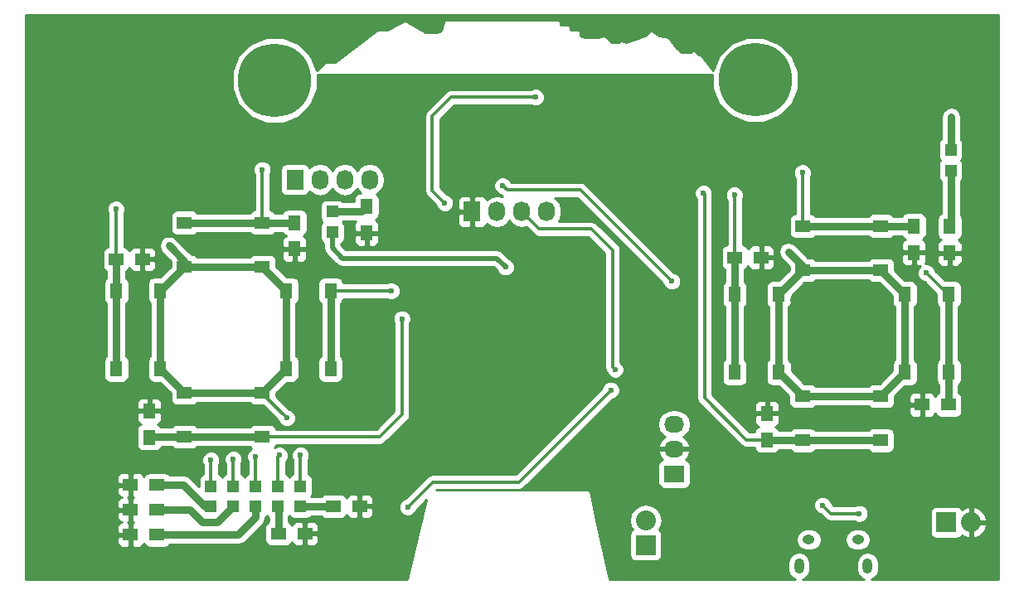
<source format=gbr>
G04 #@! TF.FileFunction,Copper,L1,Top,Signal*
%FSLAX46Y46*%
G04 Gerber Fmt 4.6, Leading zero omitted, Abs format (unit mm)*
G04 Created by KiCad (PCBNEW 4.0.2+e4-6225~38~ubuntu15.10.1-stable) date Tue 11 Oct 2016 16:58:14 SAST*
%MOMM*%
G01*
G04 APERTURE LIST*
%ADD10C,0.100000*%
%ADD11C,7.500000*%
%ADD12R,1.550000X1.300000*%
%ADD13R,1.300000X1.550000*%
%ADD14R,1.727200X2.032000*%
%ADD15O,1.727200X2.032000*%
%ADD16R,1.198880X1.198880*%
%ADD17O,1.250000X0.950000*%
%ADD18O,1.000000X1.550000*%
%ADD19R,2.032000X2.032000*%
%ADD20O,2.032000X2.032000*%
%ADD21R,1.300000X1.500000*%
%ADD22R,1.500000X1.300000*%
%ADD23R,2.032000X1.727200*%
%ADD24O,2.032000X1.727200*%
%ADD25C,0.600000*%
%ADD26C,0.750000*%
%ADD27C,0.500000*%
%ADD28C,0.350000*%
%ADD29C,0.254000*%
G04 APERTURE END LIST*
D10*
D11*
X122402600Y-80899000D03*
D12*
X127254100Y-95832100D03*
X135204100Y-95832100D03*
X127254100Y-100332100D03*
X135204100Y-100332100D03*
D13*
X120279600Y-110756600D03*
X120279600Y-102806600D03*
X124779600Y-110756600D03*
X124779600Y-102806600D03*
D12*
X135191400Y-117718400D03*
X127241400Y-117718400D03*
X135191400Y-113218400D03*
X127241400Y-113218400D03*
D13*
X142153200Y-102806600D03*
X142153200Y-110756600D03*
X137653200Y-102806600D03*
X137653200Y-110756600D03*
D12*
X64097000Y-112862800D03*
X72047000Y-112862800D03*
X64097000Y-117362800D03*
X72047000Y-117362800D03*
D13*
X74508800Y-110401000D03*
X74508800Y-102451000D03*
X79008800Y-110401000D03*
X79008800Y-102451000D03*
D12*
X72047000Y-99989200D03*
X64097000Y-99989200D03*
X72047000Y-95489200D03*
X64097000Y-95489200D03*
D13*
X61635200Y-102451000D03*
X61635200Y-110401000D03*
X57135200Y-102451000D03*
X57135200Y-110401000D03*
D14*
X75387200Y-91084400D03*
D15*
X77927200Y-91084400D03*
X80467200Y-91084400D03*
X83007200Y-91084400D03*
D16*
X79197200Y-96451420D03*
X79197200Y-94353380D03*
X73660000Y-124493020D03*
X73660000Y-122394980D03*
X71374000Y-124493020D03*
X71374000Y-122394980D03*
X69088000Y-124493020D03*
X69088000Y-122394980D03*
X66802000Y-124493020D03*
X66802000Y-122394980D03*
X75946000Y-124493020D03*
X75946000Y-122394980D03*
D17*
X132850900Y-127887460D03*
X127850900Y-127887460D03*
D18*
X133850900Y-130587460D03*
X126850900Y-130587460D03*
D14*
X93472000Y-94361000D03*
D15*
X96012000Y-94361000D03*
X98552000Y-94361000D03*
X101092000Y-94361000D03*
D16*
X142341600Y-90152220D03*
X142341600Y-88054180D03*
D19*
X141900000Y-126100000D03*
D20*
X144440000Y-126100000D03*
D19*
X111201200Y-128422400D03*
D20*
X111201200Y-125882400D03*
D21*
X142240000Y-98581200D03*
X142240000Y-95881200D03*
X82702400Y-96549200D03*
X82702400Y-93849200D03*
D22*
X79295000Y-124460000D03*
X81995000Y-124460000D03*
X61294000Y-122301000D03*
X58594000Y-122301000D03*
X61294000Y-124841000D03*
X58594000Y-124841000D03*
X61294000Y-127381000D03*
X58594000Y-127381000D03*
X73707000Y-127254000D03*
X76407000Y-127254000D03*
D21*
X138582400Y-95830400D03*
X138582400Y-98530400D03*
D22*
X120290600Y-99034600D03*
X122990600Y-99034600D03*
D21*
X123596400Y-117682000D03*
X123596400Y-114982000D03*
D22*
X142116800Y-114096800D03*
X139416800Y-114096800D03*
D21*
X60502800Y-114728000D03*
X60502800Y-117428000D03*
X75336400Y-98174800D03*
X75336400Y-95474800D03*
D22*
X59820800Y-99212400D03*
X57120800Y-99212400D03*
D23*
X114096800Y-121158000D03*
D24*
X114096800Y-118618000D03*
X114096800Y-116078000D03*
D11*
X73317100Y-80937100D03*
D25*
X125750000Y-98450000D03*
X62524640Y-97840800D03*
X74549000Y-115443000D03*
X142392400Y-84683600D03*
X66802000Y-119761000D03*
X75946000Y-119253000D03*
X69088000Y-119634000D03*
X71374000Y-119380000D03*
X73787000Y-119253000D03*
X99949000Y-82677000D03*
X90678000Y-93472000D03*
X122750000Y-103321800D03*
X126250000Y-103321800D03*
X128350000Y-125750000D03*
X79500000Y-129900000D03*
X138600000Y-122400000D03*
X58331100Y-118948200D03*
X106004360Y-100081080D03*
X115722400Y-112649000D03*
X66294000Y-89154000D03*
X81991200Y-109728000D03*
X91338400Y-84836000D03*
X137820400Y-88798400D03*
X96880680Y-100035360D03*
X127203200Y-90373200D03*
X120243600Y-92659200D03*
X117094000Y-92456000D03*
X139852400Y-100634800D03*
X86309200Y-105308400D03*
X85242400Y-102463600D03*
X72034400Y-90068400D03*
X57099200Y-94081600D03*
X96583500Y-91694000D03*
X113855500Y-101473000D03*
X107619800Y-112599200D03*
X86893400Y-124561600D03*
X108077000Y-110490000D03*
X133000000Y-125200000D03*
X129250000Y-124350000D03*
D26*
X127254100Y-100332100D02*
X127254100Y-99954100D01*
X127254100Y-99954100D02*
X125750000Y-98450000D01*
X64097000Y-99989200D02*
X64097000Y-99413160D01*
X64097000Y-99413160D02*
X62524640Y-97840800D01*
D27*
X127254100Y-100332100D02*
X127254100Y-99822100D01*
D28*
X74549000Y-115443000D02*
X72047000Y-112941000D01*
D26*
X127254100Y-100332100D02*
X135204100Y-100332100D01*
D28*
X72047000Y-112941000D02*
X72047000Y-112862800D01*
D26*
X74508800Y-110401000D02*
X74508800Y-102451000D01*
X74508800Y-110401000D02*
X72047000Y-112862800D01*
X64097000Y-99989200D02*
X64097000Y-99403000D01*
X142341600Y-88054180D02*
X142341600Y-84734400D01*
X142341600Y-84734400D02*
X142392400Y-84683600D01*
X61635200Y-102451000D02*
X61635200Y-110401000D01*
X64097000Y-99989200D02*
X61635200Y-102451000D01*
X72047000Y-99989200D02*
X64097000Y-99989200D01*
X74508800Y-102451000D02*
X72047000Y-99989200D01*
X64097000Y-112862800D02*
X72047000Y-112862800D01*
X61635200Y-110401000D02*
X64097000Y-112862800D01*
X137653200Y-110756600D02*
X135191400Y-113218400D01*
X137653200Y-102806600D02*
X137653200Y-110756600D01*
X135204100Y-100332100D02*
X135204100Y-100357500D01*
X135204100Y-100357500D02*
X137653200Y-102806600D01*
X127241400Y-113218400D02*
X135191400Y-113218400D01*
X124779600Y-110756600D02*
X127241400Y-113218400D01*
X124779600Y-102806600D02*
X127254100Y-100332100D01*
X124779600Y-110756600D02*
X124779600Y-102806600D01*
D28*
X66802000Y-119761000D02*
X66802000Y-122394980D01*
X75946000Y-119253000D02*
X75946000Y-122394980D01*
X69088000Y-119634000D02*
X69088000Y-122394980D01*
X71374000Y-119380000D02*
X71374000Y-122394980D01*
X73660000Y-119380000D02*
X73660000Y-122394980D01*
X73787000Y-119253000D02*
X73660000Y-119380000D01*
X91313000Y-82677000D02*
X99949000Y-82677000D01*
X89408000Y-84582000D02*
X91313000Y-82677000D01*
X89408000Y-92202000D02*
X89408000Y-84582000D01*
X90678000Y-93472000D02*
X89408000Y-92202000D01*
D26*
X122750000Y-103321800D02*
X122750000Y-103350000D01*
X126250000Y-103321800D02*
X126250000Y-103350000D01*
D27*
X138600000Y-122400000D02*
X138700000Y-122400000D01*
D26*
X58331100Y-118948200D02*
X58293000Y-118948200D01*
D27*
X81995000Y-124460000D02*
X81995000Y-130501400D01*
X76407000Y-128527800D02*
X76407000Y-127254000D01*
X79248000Y-131368800D02*
X76407000Y-128527800D01*
X81127600Y-131368800D02*
X79248000Y-131368800D01*
X81995000Y-130501400D02*
X81127600Y-131368800D01*
D28*
X91338400Y-84836000D02*
X91338400Y-84886800D01*
D27*
X79197200Y-96451420D02*
X79197200Y-98094800D01*
X95966280Y-99120960D02*
X96880680Y-100035360D01*
X80223360Y-99120960D02*
X95966280Y-99120960D01*
X79197200Y-98094800D02*
X80223360Y-99120960D01*
D26*
X61294000Y-127381000D02*
X69596000Y-127381000D01*
X71374000Y-125603000D02*
X71374000Y-124493020D01*
X69596000Y-127381000D02*
X71374000Y-125603000D01*
X61294000Y-124841000D02*
X64643000Y-124841000D01*
X67470020Y-126111000D02*
X69088000Y-124493020D01*
X65913000Y-126111000D02*
X67470020Y-126111000D01*
X64643000Y-124841000D02*
X65913000Y-126111000D01*
X61294000Y-122301000D02*
X64008000Y-122301000D01*
X66200020Y-124493020D02*
X66802000Y-124493020D01*
X64008000Y-122301000D02*
X66200020Y-124493020D01*
X66768980Y-124460000D02*
X66802000Y-124493020D01*
X142341600Y-90152220D02*
X142341600Y-95779600D01*
X142341600Y-95779600D02*
X142240000Y-95881200D01*
X75946000Y-124493020D02*
X79261980Y-124493020D01*
X79261980Y-124493020D02*
X79295000Y-124460000D01*
X73707000Y-127254000D02*
X73707000Y-124540020D01*
X73707000Y-124540020D02*
X73660000Y-124493020D01*
X79197200Y-94353380D02*
X82198220Y-94353380D01*
X82198220Y-94353380D02*
X82702400Y-93849200D01*
D28*
X127254100Y-90424100D02*
X127254100Y-95832100D01*
X127203200Y-90373200D02*
X127254100Y-90424100D01*
D26*
X135204100Y-95832100D02*
X127254100Y-95832100D01*
X138582400Y-95830400D02*
X135205800Y-95830400D01*
X135205800Y-95830400D02*
X135204100Y-95832100D01*
X138393600Y-95641600D02*
X138531600Y-95779600D01*
D28*
X120290600Y-92706200D02*
X120290600Y-99034600D01*
X120243600Y-92659200D02*
X120290600Y-92706200D01*
D26*
X120279600Y-102806600D02*
X120279600Y-110756600D01*
X120290600Y-99034600D02*
X120290600Y-102795600D01*
X120290600Y-102795600D02*
X120279600Y-102806600D01*
D28*
X121492000Y-117682000D02*
X123596400Y-117682000D01*
D26*
X127241400Y-117718400D02*
X135191400Y-117718400D01*
X123596400Y-117682000D02*
X127205000Y-117682000D01*
X127205000Y-117682000D02*
X127241400Y-117718400D01*
D28*
X117221000Y-113411000D02*
X121492000Y-117682000D01*
X117221000Y-92583000D02*
X117221000Y-113411000D01*
X117094000Y-92456000D02*
X117221000Y-92583000D01*
D26*
X142116800Y-114096800D02*
X142116800Y-110793000D01*
X142153200Y-110756600D02*
X142153200Y-102806600D01*
X142116800Y-110793000D02*
X142153200Y-110756600D01*
D28*
X139852400Y-100634800D02*
X142024200Y-102806600D01*
X142024200Y-102806600D02*
X142153200Y-102806600D01*
X142075000Y-102806600D02*
X142153200Y-102806600D01*
X142153200Y-102681600D02*
X142153200Y-102806600D01*
X72047000Y-117362800D02*
X84008400Y-117362800D01*
X86309200Y-115062000D02*
X86309200Y-105308400D01*
X84008400Y-117362800D02*
X86309200Y-115062000D01*
D26*
X64097000Y-117362800D02*
X60568000Y-117362800D01*
X60568000Y-117362800D02*
X60502800Y-117428000D01*
X72047000Y-117362800D02*
X64097000Y-117362800D01*
D28*
X85229800Y-102451000D02*
X79008800Y-102451000D01*
X85242400Y-102463600D02*
X85229800Y-102451000D01*
D26*
X79008800Y-102451000D02*
X79008800Y-110401000D01*
D28*
X72047000Y-90081000D02*
X72047000Y-95489200D01*
X72034400Y-90068400D02*
X72047000Y-90081000D01*
D26*
X72047000Y-95489200D02*
X64097000Y-95489200D01*
X72047000Y-95489200D02*
X75322000Y-95489200D01*
X75322000Y-95489200D02*
X75336400Y-95474800D01*
D28*
X57120800Y-94103200D02*
X57120800Y-99212400D01*
X57099200Y-94081600D02*
X57120800Y-94103200D01*
D26*
X57135200Y-102451000D02*
X57135200Y-110401000D01*
X57135200Y-102451000D02*
X57135200Y-99226800D01*
X57135200Y-99226800D02*
X57120800Y-99212400D01*
D28*
X96583500Y-91694000D02*
X97040700Y-92151200D01*
X97040700Y-92151200D02*
X104533700Y-92151200D01*
X104533700Y-92151200D02*
X113855500Y-101473000D01*
X89471500Y-121983500D02*
X86893400Y-124561600D01*
X98235500Y-121983500D02*
X89471500Y-121983500D01*
X98235500Y-121983500D02*
X107619800Y-112599200D01*
X100330000Y-96139000D02*
X98552000Y-94361000D01*
X105664000Y-96139000D02*
X100330000Y-96139000D01*
X107823000Y-98298000D02*
X105664000Y-96139000D01*
X107823000Y-110236000D02*
X107823000Y-98298000D01*
X108077000Y-110490000D02*
X107823000Y-110236000D01*
X130100000Y-125200000D02*
X133000000Y-125200000D01*
X129250000Y-124350000D02*
X130100000Y-125200000D01*
D29*
G36*
X147193000Y-131953000D02*
X134213290Y-131953000D01*
X134285246Y-131938687D01*
X134653466Y-131692650D01*
X134899503Y-131324430D01*
X134985900Y-130890084D01*
X134985900Y-130284836D01*
X134899503Y-129850490D01*
X134653466Y-129482270D01*
X134285246Y-129236233D01*
X133850900Y-129149836D01*
X133416554Y-129236233D01*
X133048334Y-129482270D01*
X132802297Y-129850490D01*
X132715900Y-130284836D01*
X132715900Y-130890084D01*
X132802297Y-131324430D01*
X133048334Y-131692650D01*
X133416554Y-131938687D01*
X133488510Y-131953000D01*
X127213290Y-131953000D01*
X127285246Y-131938687D01*
X127653466Y-131692650D01*
X127899503Y-131324430D01*
X127985900Y-130890084D01*
X127985900Y-130284836D01*
X127899503Y-129850490D01*
X127653466Y-129482270D01*
X127285246Y-129236233D01*
X126850900Y-129149836D01*
X126416554Y-129236233D01*
X126048334Y-129482270D01*
X125802297Y-129850490D01*
X125715900Y-130284836D01*
X125715900Y-130890084D01*
X125802297Y-131324430D01*
X126048334Y-131692650D01*
X126416554Y-131938687D01*
X126488510Y-131953000D01*
X107489557Y-131953000D01*
X106176995Y-125882400D01*
X109517855Y-125882400D01*
X109643530Y-126514210D01*
X109870699Y-126854192D01*
X109733759Y-126942310D01*
X109588769Y-127154510D01*
X109537760Y-127406400D01*
X109537760Y-129438400D01*
X109582038Y-129673717D01*
X109721110Y-129889841D01*
X109933310Y-130034831D01*
X110185200Y-130085840D01*
X112217200Y-130085840D01*
X112452517Y-130041562D01*
X112668641Y-129902490D01*
X112813631Y-129690290D01*
X112864640Y-129438400D01*
X112864640Y-127887460D01*
X126566215Y-127887460D01*
X126650709Y-128312239D01*
X126891326Y-128672349D01*
X127251436Y-128912966D01*
X127676215Y-128997460D01*
X128025585Y-128997460D01*
X128450364Y-128912966D01*
X128810474Y-128672349D01*
X129051091Y-128312239D01*
X129135585Y-127887460D01*
X131566215Y-127887460D01*
X131650709Y-128312239D01*
X131891326Y-128672349D01*
X132251436Y-128912966D01*
X132676215Y-128997460D01*
X133025585Y-128997460D01*
X133450364Y-128912966D01*
X133810474Y-128672349D01*
X134051091Y-128312239D01*
X134135585Y-127887460D01*
X134051091Y-127462681D01*
X133810474Y-127102571D01*
X133450364Y-126861954D01*
X133025585Y-126777460D01*
X132676215Y-126777460D01*
X132251436Y-126861954D01*
X131891326Y-127102571D01*
X131650709Y-127462681D01*
X131566215Y-127887460D01*
X129135585Y-127887460D01*
X129051091Y-127462681D01*
X128810474Y-127102571D01*
X128450364Y-126861954D01*
X128025585Y-126777460D01*
X127676215Y-126777460D01*
X127251436Y-126861954D01*
X126891326Y-127102571D01*
X126650709Y-127462681D01*
X126566215Y-127887460D01*
X112864640Y-127887460D01*
X112864640Y-127406400D01*
X112820362Y-127171083D01*
X112681290Y-126954959D01*
X112532363Y-126853202D01*
X112758870Y-126514210D01*
X112884545Y-125882400D01*
X112758870Y-125250590D01*
X112400978Y-124714967D01*
X112131889Y-124535167D01*
X128314838Y-124535167D01*
X128456883Y-124878943D01*
X128719673Y-125142192D01*
X129022372Y-125267884D01*
X129527244Y-125772757D01*
X129790027Y-125948343D01*
X130100000Y-126010000D01*
X132512559Y-126010000D01*
X132813201Y-126134838D01*
X133185167Y-126135162D01*
X133528943Y-125993117D01*
X133792192Y-125730327D01*
X133934838Y-125386799D01*
X133935101Y-125084000D01*
X140236560Y-125084000D01*
X140236560Y-127116000D01*
X140280838Y-127351317D01*
X140419910Y-127567441D01*
X140632110Y-127712431D01*
X140884000Y-127763440D01*
X142916000Y-127763440D01*
X143151317Y-127719162D01*
X143367441Y-127580090D01*
X143478840Y-127417052D01*
X143575182Y-127506385D01*
X144057056Y-127705975D01*
X144313000Y-127586836D01*
X144313000Y-126227000D01*
X144567000Y-126227000D01*
X144567000Y-127586836D01*
X144822944Y-127705975D01*
X145304818Y-127506385D01*
X145777188Y-127068379D01*
X146045983Y-126482946D01*
X145927367Y-126227000D01*
X144567000Y-126227000D01*
X144313000Y-126227000D01*
X144293000Y-126227000D01*
X144293000Y-125973000D01*
X144313000Y-125973000D01*
X144313000Y-124613164D01*
X144567000Y-124613164D01*
X144567000Y-125973000D01*
X145927367Y-125973000D01*
X146045983Y-125717054D01*
X145777188Y-125131621D01*
X145304818Y-124693615D01*
X144822944Y-124494025D01*
X144567000Y-124613164D01*
X144313000Y-124613164D01*
X144057056Y-124494025D01*
X143575182Y-124693615D01*
X143477602Y-124784097D01*
X143380090Y-124632559D01*
X143167890Y-124487569D01*
X142916000Y-124436560D01*
X140884000Y-124436560D01*
X140648683Y-124480838D01*
X140432559Y-124619910D01*
X140287569Y-124832110D01*
X140236560Y-125084000D01*
X133935101Y-125084000D01*
X133935162Y-125014833D01*
X133793117Y-124671057D01*
X133530327Y-124407808D01*
X133186799Y-124265162D01*
X132814833Y-124264838D01*
X132511917Y-124390000D01*
X130435513Y-124390000D01*
X130167430Y-124121917D01*
X130043117Y-123821057D01*
X129780327Y-123557808D01*
X129436799Y-123415162D01*
X129064833Y-123414838D01*
X128721057Y-123556883D01*
X128457808Y-123819673D01*
X128315162Y-124163201D01*
X128314838Y-124535167D01*
X112131889Y-124535167D01*
X111865355Y-124357075D01*
X111233545Y-124231400D01*
X111168855Y-124231400D01*
X110537045Y-124357075D01*
X110001422Y-124714967D01*
X109643530Y-125250590D01*
X109517855Y-125882400D01*
X106176995Y-125882400D01*
X105534132Y-122909161D01*
X105501035Y-122847447D01*
X105459410Y-122819006D01*
X105410000Y-122809000D01*
X89791513Y-122809000D01*
X89807013Y-122793500D01*
X98235500Y-122793500D01*
X98545474Y-122731842D01*
X98808256Y-122556256D01*
X101070112Y-120294400D01*
X112433360Y-120294400D01*
X112433360Y-122021600D01*
X112477638Y-122256917D01*
X112616710Y-122473041D01*
X112828910Y-122618031D01*
X113080800Y-122669040D01*
X115112800Y-122669040D01*
X115348117Y-122624762D01*
X115564241Y-122485690D01*
X115709231Y-122273490D01*
X115760240Y-122021600D01*
X115760240Y-120294400D01*
X115715962Y-120059083D01*
X115576890Y-119842959D01*
X115364690Y-119697969D01*
X115269873Y-119678768D01*
X115447532Y-119520036D01*
X115701509Y-118992791D01*
X115704158Y-118977026D01*
X115583017Y-118745000D01*
X114223800Y-118745000D01*
X114223800Y-118765000D01*
X113969800Y-118765000D01*
X113969800Y-118745000D01*
X112610583Y-118745000D01*
X112489442Y-118977026D01*
X112492091Y-118992791D01*
X112746068Y-119520036D01*
X112921645Y-119676907D01*
X112845483Y-119691238D01*
X112629359Y-119830310D01*
X112484369Y-120042510D01*
X112433360Y-120294400D01*
X101070112Y-120294400D01*
X105286512Y-116078000D01*
X112413455Y-116078000D01*
X112527529Y-116651489D01*
X112852385Y-117137670D01*
X113161869Y-117344461D01*
X112746068Y-117715964D01*
X112492091Y-118243209D01*
X112489442Y-118258974D01*
X112610583Y-118491000D01*
X113969800Y-118491000D01*
X113969800Y-118471000D01*
X114223800Y-118471000D01*
X114223800Y-118491000D01*
X115583017Y-118491000D01*
X115704158Y-118258974D01*
X115701509Y-118243209D01*
X115447532Y-117715964D01*
X115031731Y-117344461D01*
X115341215Y-117137670D01*
X115666071Y-116651489D01*
X115780145Y-116078000D01*
X115666071Y-115504511D01*
X115341215Y-115018330D01*
X114855034Y-114693474D01*
X114281545Y-114579400D01*
X113912055Y-114579400D01*
X113338566Y-114693474D01*
X112852385Y-115018330D01*
X112527529Y-115504511D01*
X112413455Y-116078000D01*
X105286512Y-116078000D01*
X107847884Y-113516629D01*
X108148743Y-113392317D01*
X108411992Y-113129527D01*
X108554638Y-112785999D01*
X108554962Y-112414033D01*
X108412917Y-112070257D01*
X108150127Y-111807008D01*
X107806599Y-111664362D01*
X107434633Y-111664038D01*
X107090857Y-111806083D01*
X106827608Y-112068873D01*
X106701916Y-112371571D01*
X97899988Y-121173500D01*
X89471500Y-121173500D01*
X89161526Y-121235158D01*
X89056271Y-121305488D01*
X88898744Y-121410743D01*
X86665318Y-123644170D01*
X86364457Y-123768483D01*
X86101208Y-124031273D01*
X85958562Y-124374801D01*
X85958238Y-124746767D01*
X86100283Y-125090543D01*
X86363073Y-125353792D01*
X86706601Y-125496438D01*
X87078567Y-125496762D01*
X87422343Y-125354717D01*
X87685592Y-125091927D01*
X87811284Y-124789228D01*
X88817191Y-123783321D01*
X86829972Y-131953000D01*
X47879000Y-131953000D01*
X47879000Y-127666750D01*
X57209000Y-127666750D01*
X57209000Y-128157310D01*
X57305673Y-128390699D01*
X57484302Y-128569327D01*
X57717691Y-128666000D01*
X58308250Y-128666000D01*
X58467000Y-128507250D01*
X58467000Y-127508000D01*
X57367750Y-127508000D01*
X57209000Y-127666750D01*
X47879000Y-127666750D01*
X47879000Y-125126750D01*
X57209000Y-125126750D01*
X57209000Y-125617310D01*
X57305673Y-125850699D01*
X57484302Y-126029327D01*
X57681478Y-126111000D01*
X57484302Y-126192673D01*
X57305673Y-126371301D01*
X57209000Y-126604690D01*
X57209000Y-127095250D01*
X57367750Y-127254000D01*
X58467000Y-127254000D01*
X58467000Y-126254750D01*
X58323250Y-126111000D01*
X58467000Y-125967250D01*
X58467000Y-124968000D01*
X57367750Y-124968000D01*
X57209000Y-125126750D01*
X47879000Y-125126750D01*
X47879000Y-122586750D01*
X57209000Y-122586750D01*
X57209000Y-123077310D01*
X57305673Y-123310699D01*
X57484302Y-123489327D01*
X57681478Y-123571000D01*
X57484302Y-123652673D01*
X57305673Y-123831301D01*
X57209000Y-124064690D01*
X57209000Y-124555250D01*
X57367750Y-124714000D01*
X58467000Y-124714000D01*
X58467000Y-123714750D01*
X58323250Y-123571000D01*
X58467000Y-123427250D01*
X58467000Y-122428000D01*
X57367750Y-122428000D01*
X57209000Y-122586750D01*
X47879000Y-122586750D01*
X47879000Y-121524690D01*
X57209000Y-121524690D01*
X57209000Y-122015250D01*
X57367750Y-122174000D01*
X58467000Y-122174000D01*
X58467000Y-121174750D01*
X58721000Y-121174750D01*
X58721000Y-122174000D01*
X58741000Y-122174000D01*
X58741000Y-122428000D01*
X58721000Y-122428000D01*
X58721000Y-123427250D01*
X58864750Y-123571000D01*
X58721000Y-123714750D01*
X58721000Y-124714000D01*
X58741000Y-124714000D01*
X58741000Y-124968000D01*
X58721000Y-124968000D01*
X58721000Y-125967250D01*
X58864750Y-126111000D01*
X58721000Y-126254750D01*
X58721000Y-127254000D01*
X58741000Y-127254000D01*
X58741000Y-127508000D01*
X58721000Y-127508000D01*
X58721000Y-128507250D01*
X58879750Y-128666000D01*
X59470309Y-128666000D01*
X59703698Y-128569327D01*
X59882327Y-128390699D01*
X59938654Y-128254713D01*
X59940838Y-128266317D01*
X60079910Y-128482441D01*
X60292110Y-128627431D01*
X60544000Y-128678440D01*
X62044000Y-128678440D01*
X62279317Y-128634162D01*
X62495441Y-128495090D01*
X62566563Y-128391000D01*
X69596000Y-128391000D01*
X69982510Y-128314118D01*
X70310178Y-128095178D01*
X72088178Y-126317178D01*
X72307118Y-125989510D01*
X72384000Y-125603000D01*
X72384000Y-125582856D01*
X72424881Y-125556550D01*
X72517440Y-125421085D01*
X72596470Y-125543901D01*
X72697000Y-125612590D01*
X72697000Y-126016721D01*
X72505559Y-126139910D01*
X72360569Y-126352110D01*
X72309560Y-126604000D01*
X72309560Y-127904000D01*
X72353838Y-128139317D01*
X72492910Y-128355441D01*
X72705110Y-128500431D01*
X72957000Y-128551440D01*
X74457000Y-128551440D01*
X74692317Y-128507162D01*
X74908441Y-128368090D01*
X75053431Y-128155890D01*
X75060191Y-128122510D01*
X75118673Y-128263699D01*
X75297302Y-128442327D01*
X75530691Y-128539000D01*
X76121250Y-128539000D01*
X76280000Y-128380250D01*
X76280000Y-127381000D01*
X76534000Y-127381000D01*
X76534000Y-128380250D01*
X76692750Y-128539000D01*
X77283309Y-128539000D01*
X77516698Y-128442327D01*
X77695327Y-128263699D01*
X77792000Y-128030310D01*
X77792000Y-127539750D01*
X77633250Y-127381000D01*
X76534000Y-127381000D01*
X76280000Y-127381000D01*
X76260000Y-127381000D01*
X76260000Y-127127000D01*
X76280000Y-127127000D01*
X76280000Y-126127750D01*
X76534000Y-126127750D01*
X76534000Y-127127000D01*
X77633250Y-127127000D01*
X77792000Y-126968250D01*
X77792000Y-126477690D01*
X77695327Y-126244301D01*
X77516698Y-126065673D01*
X77283309Y-125969000D01*
X76692750Y-125969000D01*
X76534000Y-126127750D01*
X76280000Y-126127750D01*
X76121250Y-125969000D01*
X75530691Y-125969000D01*
X75297302Y-126065673D01*
X75118673Y-126244301D01*
X75062346Y-126380287D01*
X75060162Y-126368683D01*
X74921090Y-126152559D01*
X74717000Y-126013110D01*
X74717000Y-125547595D01*
X74803440Y-125421085D01*
X74882470Y-125543901D01*
X75094670Y-125688891D01*
X75346560Y-125739900D01*
X76545440Y-125739900D01*
X76780757Y-125695622D01*
X76996881Y-125556550D01*
X77033456Y-125503020D01*
X78043317Y-125503020D01*
X78080910Y-125561441D01*
X78293110Y-125706431D01*
X78545000Y-125757440D01*
X80045000Y-125757440D01*
X80280317Y-125713162D01*
X80496441Y-125574090D01*
X80641431Y-125361890D01*
X80648191Y-125328510D01*
X80706673Y-125469699D01*
X80885302Y-125648327D01*
X81118691Y-125745000D01*
X81709250Y-125745000D01*
X81868000Y-125586250D01*
X81868000Y-124587000D01*
X82122000Y-124587000D01*
X82122000Y-125586250D01*
X82280750Y-125745000D01*
X82871309Y-125745000D01*
X83104698Y-125648327D01*
X83283327Y-125469699D01*
X83380000Y-125236310D01*
X83380000Y-124745750D01*
X83221250Y-124587000D01*
X82122000Y-124587000D01*
X81868000Y-124587000D01*
X81848000Y-124587000D01*
X81848000Y-124333000D01*
X81868000Y-124333000D01*
X81868000Y-123333750D01*
X82122000Y-123333750D01*
X82122000Y-124333000D01*
X83221250Y-124333000D01*
X83380000Y-124174250D01*
X83380000Y-123683690D01*
X83283327Y-123450301D01*
X83104698Y-123271673D01*
X82871309Y-123175000D01*
X82280750Y-123175000D01*
X82122000Y-123333750D01*
X81868000Y-123333750D01*
X81709250Y-123175000D01*
X81118691Y-123175000D01*
X80885302Y-123271673D01*
X80706673Y-123450301D01*
X80650346Y-123586287D01*
X80648162Y-123574683D01*
X80509090Y-123358559D01*
X80296890Y-123213569D01*
X80045000Y-123162560D01*
X78545000Y-123162560D01*
X78309683Y-123206838D01*
X78093559Y-123345910D01*
X77999876Y-123483020D01*
X77035836Y-123483020D01*
X77009530Y-123442139D01*
X77008533Y-123441457D01*
X77141871Y-123246310D01*
X77192880Y-122994420D01*
X77192880Y-121795540D01*
X77148602Y-121560223D01*
X77009530Y-121344099D01*
X76797330Y-121199109D01*
X76756000Y-121190739D01*
X76756000Y-119740441D01*
X76880838Y-119439799D01*
X76881162Y-119067833D01*
X76739117Y-118724057D01*
X76476327Y-118460808D01*
X76132799Y-118318162D01*
X75760833Y-118317838D01*
X75417057Y-118459883D01*
X75153808Y-118722673D01*
X75011162Y-119066201D01*
X75010838Y-119438167D01*
X75136000Y-119741083D01*
X75136000Y-121187720D01*
X75111243Y-121192378D01*
X74895119Y-121331450D01*
X74802560Y-121466915D01*
X74723530Y-121344099D01*
X74511330Y-121199109D01*
X74470000Y-121190739D01*
X74470000Y-119892329D01*
X74579192Y-119783327D01*
X74721838Y-119439799D01*
X74722162Y-119067833D01*
X74580117Y-118724057D01*
X74317327Y-118460808D01*
X73973799Y-118318162D01*
X73601833Y-118317838D01*
X73295684Y-118444336D01*
X73418431Y-118264690D01*
X73437039Y-118172800D01*
X84008400Y-118172800D01*
X84318374Y-118111142D01*
X84581156Y-117935556D01*
X86881957Y-115634756D01*
X87057543Y-115371973D01*
X87119200Y-115062000D01*
X87119200Y-105795841D01*
X87244038Y-105495199D01*
X87244362Y-105123233D01*
X87102317Y-104779457D01*
X86839527Y-104516208D01*
X86495999Y-104373562D01*
X86124033Y-104373238D01*
X85780257Y-104515283D01*
X85517008Y-104778073D01*
X85374362Y-105121601D01*
X85374038Y-105493567D01*
X85499200Y-105796483D01*
X85499200Y-114726487D01*
X83672888Y-116552800D01*
X73439334Y-116552800D01*
X73425162Y-116477483D01*
X73286090Y-116261359D01*
X73073890Y-116116369D01*
X72822000Y-116065360D01*
X71272000Y-116065360D01*
X71036683Y-116109638D01*
X70820559Y-116248710D01*
X70749437Y-116352800D01*
X65394931Y-116352800D01*
X65336090Y-116261359D01*
X65123890Y-116116369D01*
X64872000Y-116065360D01*
X63322000Y-116065360D01*
X63086683Y-116109638D01*
X62870559Y-116248710D01*
X62799437Y-116352800D01*
X61698124Y-116352800D01*
X61616890Y-116226559D01*
X61404690Y-116081569D01*
X61371310Y-116074809D01*
X61512499Y-116016327D01*
X61691127Y-115837698D01*
X61787800Y-115604309D01*
X61787800Y-115013750D01*
X61629050Y-114855000D01*
X60629800Y-114855000D01*
X60629800Y-114875000D01*
X60375800Y-114875000D01*
X60375800Y-114855000D01*
X59376550Y-114855000D01*
X59217800Y-115013750D01*
X59217800Y-115604309D01*
X59314473Y-115837698D01*
X59493101Y-116016327D01*
X59629087Y-116072654D01*
X59617483Y-116074838D01*
X59401359Y-116213910D01*
X59256369Y-116426110D01*
X59205360Y-116678000D01*
X59205360Y-118178000D01*
X59249638Y-118413317D01*
X59388710Y-118629441D01*
X59600910Y-118774431D01*
X59852800Y-118825440D01*
X61152800Y-118825440D01*
X61388117Y-118781162D01*
X61604241Y-118642090D01*
X61749231Y-118429890D01*
X61760792Y-118372800D01*
X62799069Y-118372800D01*
X62857910Y-118464241D01*
X63070110Y-118609231D01*
X63322000Y-118660240D01*
X64872000Y-118660240D01*
X65107317Y-118615962D01*
X65323441Y-118476890D01*
X65394563Y-118372800D01*
X70749069Y-118372800D01*
X70807910Y-118464241D01*
X70933761Y-118550231D01*
X70845057Y-118586883D01*
X70581808Y-118849673D01*
X70439162Y-119193201D01*
X70438838Y-119565167D01*
X70564000Y-119868083D01*
X70564000Y-121187720D01*
X70539243Y-121192378D01*
X70323119Y-121331450D01*
X70230560Y-121466915D01*
X70151530Y-121344099D01*
X69939330Y-121199109D01*
X69898000Y-121190739D01*
X69898000Y-120121441D01*
X70022838Y-119820799D01*
X70023162Y-119448833D01*
X69881117Y-119105057D01*
X69618327Y-118841808D01*
X69274799Y-118699162D01*
X68902833Y-118698838D01*
X68559057Y-118840883D01*
X68295808Y-119103673D01*
X68153162Y-119447201D01*
X68152838Y-119819167D01*
X68278000Y-120122083D01*
X68278000Y-121187720D01*
X68253243Y-121192378D01*
X68037119Y-121331450D01*
X67944560Y-121466915D01*
X67865530Y-121344099D01*
X67653330Y-121199109D01*
X67612000Y-121190739D01*
X67612000Y-120248441D01*
X67736838Y-119947799D01*
X67737162Y-119575833D01*
X67595117Y-119232057D01*
X67332327Y-118968808D01*
X66988799Y-118826162D01*
X66616833Y-118825838D01*
X66273057Y-118967883D01*
X66009808Y-119230673D01*
X65867162Y-119574201D01*
X65866838Y-119946167D01*
X65992000Y-120249083D01*
X65992000Y-121187720D01*
X65967243Y-121192378D01*
X65751119Y-121331450D01*
X65606129Y-121543650D01*
X65555120Y-121795540D01*
X65555120Y-122419764D01*
X64722178Y-121586822D01*
X64394510Y-121367882D01*
X64008000Y-121291000D01*
X62566931Y-121291000D01*
X62508090Y-121199559D01*
X62295890Y-121054569D01*
X62044000Y-121003560D01*
X60544000Y-121003560D01*
X60308683Y-121047838D01*
X60092559Y-121186910D01*
X59947569Y-121399110D01*
X59940809Y-121432490D01*
X59882327Y-121291301D01*
X59703698Y-121112673D01*
X59470309Y-121016000D01*
X58879750Y-121016000D01*
X58721000Y-121174750D01*
X58467000Y-121174750D01*
X58308250Y-121016000D01*
X57717691Y-121016000D01*
X57484302Y-121112673D01*
X57305673Y-121291301D01*
X57209000Y-121524690D01*
X47879000Y-121524690D01*
X47879000Y-113851691D01*
X59217800Y-113851691D01*
X59217800Y-114442250D01*
X59376550Y-114601000D01*
X60375800Y-114601000D01*
X60375800Y-113501750D01*
X60629800Y-113501750D01*
X60629800Y-114601000D01*
X61629050Y-114601000D01*
X61787800Y-114442250D01*
X61787800Y-113851691D01*
X61691127Y-113618302D01*
X61512499Y-113439673D01*
X61279110Y-113343000D01*
X60788550Y-113343000D01*
X60629800Y-113501750D01*
X60375800Y-113501750D01*
X60217050Y-113343000D01*
X59726490Y-113343000D01*
X59493101Y-113439673D01*
X59314473Y-113618302D01*
X59217800Y-113851691D01*
X47879000Y-113851691D01*
X47879000Y-98562400D01*
X55723360Y-98562400D01*
X55723360Y-99862400D01*
X55767638Y-100097717D01*
X55906710Y-100313841D01*
X56118910Y-100458831D01*
X56125200Y-100460105D01*
X56125200Y-101153069D01*
X56033759Y-101211910D01*
X55888769Y-101424110D01*
X55837760Y-101676000D01*
X55837760Y-103226000D01*
X55882038Y-103461317D01*
X56021110Y-103677441D01*
X56125200Y-103748563D01*
X56125200Y-109103069D01*
X56033759Y-109161910D01*
X55888769Y-109374110D01*
X55837760Y-109626000D01*
X55837760Y-111176000D01*
X55882038Y-111411317D01*
X56021110Y-111627441D01*
X56233310Y-111772431D01*
X56485200Y-111823440D01*
X57785200Y-111823440D01*
X58020517Y-111779162D01*
X58236641Y-111640090D01*
X58381631Y-111427890D01*
X58432640Y-111176000D01*
X58432640Y-109626000D01*
X58388362Y-109390683D01*
X58249290Y-109174559D01*
X58145200Y-109103437D01*
X58145200Y-103748931D01*
X58236641Y-103690090D01*
X58381631Y-103477890D01*
X58432640Y-103226000D01*
X58432640Y-101676000D01*
X60337760Y-101676000D01*
X60337760Y-103226000D01*
X60382038Y-103461317D01*
X60521110Y-103677441D01*
X60625200Y-103748563D01*
X60625200Y-109103069D01*
X60533759Y-109161910D01*
X60388769Y-109374110D01*
X60337760Y-109626000D01*
X60337760Y-111176000D01*
X60382038Y-111411317D01*
X60521110Y-111627441D01*
X60733310Y-111772431D01*
X60985200Y-111823440D01*
X61629284Y-111823440D01*
X62674560Y-112868716D01*
X62674560Y-113512800D01*
X62718838Y-113748117D01*
X62857910Y-113964241D01*
X63070110Y-114109231D01*
X63322000Y-114160240D01*
X64872000Y-114160240D01*
X65107317Y-114115962D01*
X65323441Y-113976890D01*
X65394563Y-113872800D01*
X70749069Y-113872800D01*
X70807910Y-113964241D01*
X71020110Y-114109231D01*
X71272000Y-114160240D01*
X72120728Y-114160240D01*
X73631571Y-115671084D01*
X73755883Y-115971943D01*
X74018673Y-116235192D01*
X74362201Y-116377838D01*
X74734167Y-116378162D01*
X75077943Y-116236117D01*
X75341192Y-115973327D01*
X75483838Y-115629799D01*
X75484162Y-115257833D01*
X75342117Y-114914057D01*
X75079327Y-114650808D01*
X74776629Y-114525116D01*
X73469440Y-113217928D01*
X73469440Y-112868716D01*
X74514716Y-111823440D01*
X75158800Y-111823440D01*
X75394117Y-111779162D01*
X75610241Y-111640090D01*
X75755231Y-111427890D01*
X75806240Y-111176000D01*
X75806240Y-109626000D01*
X75761962Y-109390683D01*
X75622890Y-109174559D01*
X75518800Y-109103437D01*
X75518800Y-103748931D01*
X75610241Y-103690090D01*
X75755231Y-103477890D01*
X75806240Y-103226000D01*
X75806240Y-101676000D01*
X77711360Y-101676000D01*
X77711360Y-103226000D01*
X77755638Y-103461317D01*
X77894710Y-103677441D01*
X77998800Y-103748563D01*
X77998800Y-109103069D01*
X77907359Y-109161910D01*
X77762369Y-109374110D01*
X77711360Y-109626000D01*
X77711360Y-111176000D01*
X77755638Y-111411317D01*
X77894710Y-111627441D01*
X78106910Y-111772431D01*
X78358800Y-111823440D01*
X79658800Y-111823440D01*
X79894117Y-111779162D01*
X80110241Y-111640090D01*
X80255231Y-111427890D01*
X80306240Y-111176000D01*
X80306240Y-109626000D01*
X80261962Y-109390683D01*
X80122890Y-109174559D01*
X80018800Y-109103437D01*
X80018800Y-103748931D01*
X80110241Y-103690090D01*
X80255231Y-103477890D01*
X80299152Y-103261000D01*
X84724615Y-103261000D01*
X85055601Y-103398438D01*
X85427567Y-103398762D01*
X85771343Y-103256717D01*
X86034592Y-102993927D01*
X86177238Y-102650399D01*
X86177562Y-102278433D01*
X86035517Y-101934657D01*
X85772727Y-101671408D01*
X85429199Y-101528762D01*
X85057233Y-101528438D01*
X84784811Y-101641000D01*
X80299654Y-101641000D01*
X80261962Y-101440683D01*
X80122890Y-101224559D01*
X79910690Y-101079569D01*
X79658800Y-101028560D01*
X78358800Y-101028560D01*
X78123483Y-101072838D01*
X77907359Y-101211910D01*
X77762369Y-101424110D01*
X77711360Y-101676000D01*
X75806240Y-101676000D01*
X75761962Y-101440683D01*
X75622890Y-101224559D01*
X75410690Y-101079569D01*
X75158800Y-101028560D01*
X74514716Y-101028560D01*
X73469440Y-99983284D01*
X73469440Y-99339200D01*
X73425162Y-99103883D01*
X73286090Y-98887759D01*
X73073890Y-98742769D01*
X72822000Y-98691760D01*
X71272000Y-98691760D01*
X71036683Y-98736038D01*
X70820559Y-98875110D01*
X70749437Y-98979200D01*
X65394931Y-98979200D01*
X65336090Y-98887759D01*
X65123890Y-98742769D01*
X64872000Y-98691760D01*
X64813141Y-98691760D01*
X64811178Y-98688822D01*
X64780559Y-98668363D01*
X64572746Y-98460550D01*
X74051400Y-98460550D01*
X74051400Y-99051109D01*
X74148073Y-99284498D01*
X74326701Y-99463127D01*
X74560090Y-99559800D01*
X75050650Y-99559800D01*
X75209400Y-99401050D01*
X75209400Y-98301800D01*
X75463400Y-98301800D01*
X75463400Y-99401050D01*
X75622150Y-99559800D01*
X76112710Y-99559800D01*
X76346099Y-99463127D01*
X76524727Y-99284498D01*
X76621400Y-99051109D01*
X76621400Y-98460550D01*
X76462650Y-98301800D01*
X75463400Y-98301800D01*
X75209400Y-98301800D01*
X74210150Y-98301800D01*
X74051400Y-98460550D01*
X64572746Y-98460550D01*
X63238818Y-97126622D01*
X62911150Y-96907682D01*
X62524640Y-96830800D01*
X62138130Y-96907682D01*
X61810462Y-97126622D01*
X61591522Y-97454290D01*
X61514640Y-97840800D01*
X61591522Y-98227310D01*
X61810462Y-98554978D01*
X62674560Y-99419076D01*
X62674560Y-99983284D01*
X61629284Y-101028560D01*
X60985200Y-101028560D01*
X60749883Y-101072838D01*
X60533759Y-101211910D01*
X60388769Y-101424110D01*
X60337760Y-101676000D01*
X58432640Y-101676000D01*
X58388362Y-101440683D01*
X58249290Y-101224559D01*
X58145200Y-101153437D01*
X58145200Y-100440413D01*
X58322241Y-100326490D01*
X58467231Y-100114290D01*
X58473991Y-100080910D01*
X58532473Y-100222099D01*
X58711102Y-100400727D01*
X58944491Y-100497400D01*
X59535050Y-100497400D01*
X59693800Y-100338650D01*
X59693800Y-99339400D01*
X59947800Y-99339400D01*
X59947800Y-100338650D01*
X60106550Y-100497400D01*
X60697109Y-100497400D01*
X60930498Y-100400727D01*
X61109127Y-100222099D01*
X61205800Y-99988710D01*
X61205800Y-99498150D01*
X61047050Y-99339400D01*
X59947800Y-99339400D01*
X59693800Y-99339400D01*
X59673800Y-99339400D01*
X59673800Y-99085400D01*
X59693800Y-99085400D01*
X59693800Y-98086150D01*
X59947800Y-98086150D01*
X59947800Y-99085400D01*
X61047050Y-99085400D01*
X61205800Y-98926650D01*
X61205800Y-98436090D01*
X61109127Y-98202701D01*
X60930498Y-98024073D01*
X60697109Y-97927400D01*
X60106550Y-97927400D01*
X59947800Y-98086150D01*
X59693800Y-98086150D01*
X59535050Y-97927400D01*
X58944491Y-97927400D01*
X58711102Y-98024073D01*
X58532473Y-98202701D01*
X58476146Y-98338687D01*
X58473962Y-98327083D01*
X58334890Y-98110959D01*
X58122690Y-97965969D01*
X57930800Y-97927110D01*
X57930800Y-94839200D01*
X62674560Y-94839200D01*
X62674560Y-96139200D01*
X62718838Y-96374517D01*
X62857910Y-96590641D01*
X63070110Y-96735631D01*
X63322000Y-96786640D01*
X64872000Y-96786640D01*
X65107317Y-96742362D01*
X65323441Y-96603290D01*
X65394563Y-96499200D01*
X70749069Y-96499200D01*
X70807910Y-96590641D01*
X71020110Y-96735631D01*
X71272000Y-96786640D01*
X72822000Y-96786640D01*
X73057317Y-96742362D01*
X73273441Y-96603290D01*
X73344563Y-96499200D01*
X74108387Y-96499200D01*
X74222310Y-96676241D01*
X74434510Y-96821231D01*
X74467890Y-96827991D01*
X74326701Y-96886473D01*
X74148073Y-97065102D01*
X74051400Y-97298491D01*
X74051400Y-97889050D01*
X74210150Y-98047800D01*
X75209400Y-98047800D01*
X75209400Y-98027800D01*
X75463400Y-98027800D01*
X75463400Y-98047800D01*
X76462650Y-98047800D01*
X76621400Y-97889050D01*
X76621400Y-97298491D01*
X76524727Y-97065102D01*
X76346099Y-96886473D01*
X76210113Y-96830146D01*
X76221717Y-96827962D01*
X76437841Y-96688890D01*
X76582831Y-96476690D01*
X76633840Y-96224800D01*
X76633840Y-94724800D01*
X76589562Y-94489483D01*
X76450490Y-94273359D01*
X76238290Y-94128369D01*
X75986400Y-94077360D01*
X74686400Y-94077360D01*
X74451083Y-94121638D01*
X74234959Y-94260710D01*
X74089969Y-94472910D01*
X74088695Y-94479200D01*
X73344931Y-94479200D01*
X73286090Y-94387759D01*
X73073890Y-94242769D01*
X72857000Y-94198848D01*
X72857000Y-90525497D01*
X72969238Y-90255199D01*
X72969400Y-90068400D01*
X73876160Y-90068400D01*
X73876160Y-92100400D01*
X73920438Y-92335717D01*
X74059510Y-92551841D01*
X74271710Y-92696831D01*
X74523600Y-92747840D01*
X76250800Y-92747840D01*
X76486117Y-92703562D01*
X76702241Y-92564490D01*
X76847231Y-92352290D01*
X76855600Y-92310961D01*
X76867530Y-92328815D01*
X77353711Y-92653671D01*
X77927200Y-92767745D01*
X78500689Y-92653671D01*
X78986870Y-92328815D01*
X79197200Y-92014034D01*
X79407530Y-92328815D01*
X79893711Y-92653671D01*
X80467200Y-92767745D01*
X81040689Y-92653671D01*
X81526870Y-92328815D01*
X81737200Y-92014034D01*
X81947530Y-92328815D01*
X82131530Y-92451760D01*
X82052400Y-92451760D01*
X81817083Y-92496038D01*
X81600959Y-92635110D01*
X81455969Y-92847310D01*
X81404960Y-93099200D01*
X81404960Y-93343380D01*
X80287036Y-93343380D01*
X80260730Y-93302499D01*
X80048530Y-93157509D01*
X79796640Y-93106500D01*
X78597760Y-93106500D01*
X78362443Y-93150778D01*
X78146319Y-93289850D01*
X78001329Y-93502050D01*
X77950320Y-93753940D01*
X77950320Y-94952820D01*
X77994598Y-95188137D01*
X78133670Y-95404261D01*
X78134667Y-95404943D01*
X78001329Y-95600090D01*
X77950320Y-95851980D01*
X77950320Y-97050860D01*
X77994598Y-97286177D01*
X78133670Y-97502301D01*
X78312200Y-97624285D01*
X78312200Y-98094795D01*
X78312199Y-98094800D01*
X78357079Y-98320422D01*
X78379567Y-98433475D01*
X78496162Y-98607973D01*
X78571410Y-98720590D01*
X79597568Y-99746747D01*
X79597570Y-99746750D01*
X79884685Y-99938593D01*
X80223360Y-100005960D01*
X95599700Y-100005960D01*
X96037935Y-100444195D01*
X96087563Y-100564303D01*
X96350353Y-100827552D01*
X96693881Y-100970198D01*
X97065847Y-100970522D01*
X97409623Y-100828477D01*
X97672872Y-100565687D01*
X97815518Y-100222159D01*
X97815842Y-99850193D01*
X97673797Y-99506417D01*
X97411007Y-99243168D01*
X97289693Y-99192794D01*
X96592070Y-98495170D01*
X96569429Y-98480042D01*
X96304955Y-98303327D01*
X96248764Y-98292150D01*
X95966280Y-98235959D01*
X95966275Y-98235960D01*
X80589939Y-98235960D01*
X80082200Y-97728220D01*
X80082200Y-97621692D01*
X80248081Y-97514950D01*
X80393071Y-97302750D01*
X80444080Y-97050860D01*
X80444080Y-96834950D01*
X81417400Y-96834950D01*
X81417400Y-97425509D01*
X81514073Y-97658898D01*
X81692701Y-97837527D01*
X81926090Y-97934200D01*
X82416650Y-97934200D01*
X82575400Y-97775450D01*
X82575400Y-96676200D01*
X82829400Y-96676200D01*
X82829400Y-97775450D01*
X82988150Y-97934200D01*
X83478710Y-97934200D01*
X83712099Y-97837527D01*
X83890727Y-97658898D01*
X83987400Y-97425509D01*
X83987400Y-96834950D01*
X83828650Y-96676200D01*
X82829400Y-96676200D01*
X82575400Y-96676200D01*
X81576150Y-96676200D01*
X81417400Y-96834950D01*
X80444080Y-96834950D01*
X80444080Y-95851980D01*
X80399802Y-95616663D01*
X80260730Y-95400539D01*
X80259733Y-95399857D01*
X80284656Y-95363380D01*
X81590195Y-95363380D01*
X81514073Y-95439502D01*
X81417400Y-95672891D01*
X81417400Y-96263450D01*
X81576150Y-96422200D01*
X82575400Y-96422200D01*
X82575400Y-96402200D01*
X82829400Y-96402200D01*
X82829400Y-96422200D01*
X83828650Y-96422200D01*
X83987400Y-96263450D01*
X83987400Y-95672891D01*
X83890727Y-95439502D01*
X83712099Y-95260873D01*
X83576113Y-95204546D01*
X83587717Y-95202362D01*
X83803841Y-95063290D01*
X83948831Y-94851090D01*
X83990210Y-94646750D01*
X91973400Y-94646750D01*
X91973400Y-95503309D01*
X92070073Y-95736698D01*
X92248701Y-95915327D01*
X92482090Y-96012000D01*
X93186250Y-96012000D01*
X93345000Y-95853250D01*
X93345000Y-94488000D01*
X92132150Y-94488000D01*
X91973400Y-94646750D01*
X83990210Y-94646750D01*
X83999840Y-94599200D01*
X83999840Y-93099200D01*
X83955562Y-92863883D01*
X83816490Y-92647759D01*
X83704281Y-92571090D01*
X84066870Y-92328815D01*
X84391726Y-91842634D01*
X84505800Y-91269145D01*
X84505800Y-90899655D01*
X84391726Y-90326166D01*
X84066870Y-89839985D01*
X83580689Y-89515129D01*
X83007200Y-89401055D01*
X82433711Y-89515129D01*
X81947530Y-89839985D01*
X81737200Y-90154766D01*
X81526870Y-89839985D01*
X81040689Y-89515129D01*
X80467200Y-89401055D01*
X79893711Y-89515129D01*
X79407530Y-89839985D01*
X79197200Y-90154766D01*
X78986870Y-89839985D01*
X78500689Y-89515129D01*
X77927200Y-89401055D01*
X77353711Y-89515129D01*
X76867530Y-89839985D01*
X76857957Y-89854313D01*
X76853962Y-89833083D01*
X76714890Y-89616959D01*
X76502690Y-89471969D01*
X76250800Y-89420960D01*
X74523600Y-89420960D01*
X74288283Y-89465238D01*
X74072159Y-89604310D01*
X73927169Y-89816510D01*
X73876160Y-90068400D01*
X72969400Y-90068400D01*
X72969562Y-89883233D01*
X72827517Y-89539457D01*
X72564727Y-89276208D01*
X72221199Y-89133562D01*
X71849233Y-89133238D01*
X71505457Y-89275283D01*
X71242208Y-89538073D01*
X71099562Y-89881601D01*
X71099238Y-90253567D01*
X71237000Y-90586977D01*
X71237000Y-94198346D01*
X71036683Y-94236038D01*
X70820559Y-94375110D01*
X70749437Y-94479200D01*
X65394931Y-94479200D01*
X65336090Y-94387759D01*
X65123890Y-94242769D01*
X64872000Y-94191760D01*
X63322000Y-94191760D01*
X63086683Y-94236038D01*
X62870559Y-94375110D01*
X62725569Y-94587310D01*
X62674560Y-94839200D01*
X57930800Y-94839200D01*
X57930800Y-94517022D01*
X58034038Y-94268399D01*
X58034362Y-93896433D01*
X57892317Y-93552657D01*
X57629527Y-93289408D01*
X57285999Y-93146762D01*
X56914033Y-93146438D01*
X56570257Y-93288483D01*
X56307008Y-93551273D01*
X56164362Y-93894801D01*
X56164038Y-94266767D01*
X56306083Y-94610543D01*
X56310800Y-94615268D01*
X56310800Y-97926250D01*
X56135483Y-97959238D01*
X55919359Y-98098310D01*
X55774369Y-98310510D01*
X55723360Y-98562400D01*
X47879000Y-98562400D01*
X47879000Y-81805504D01*
X68931341Y-81805504D01*
X69597510Y-83417758D01*
X70829954Y-84652354D01*
X72441043Y-85321337D01*
X74185504Y-85322859D01*
X75797758Y-84656690D01*
X75872578Y-84582000D01*
X88598000Y-84582000D01*
X88598000Y-92202000D01*
X88659658Y-92511974D01*
X88817259Y-92747840D01*
X88835244Y-92774756D01*
X89760571Y-93700083D01*
X89884883Y-94000943D01*
X90147673Y-94264192D01*
X90491201Y-94406838D01*
X90863167Y-94407162D01*
X91206943Y-94265117D01*
X91470192Y-94002327D01*
X91612838Y-93658799D01*
X91613162Y-93286833D01*
X91585007Y-93218691D01*
X91973400Y-93218691D01*
X91973400Y-94075250D01*
X92132150Y-94234000D01*
X93345000Y-94234000D01*
X93345000Y-92868750D01*
X93599000Y-92868750D01*
X93599000Y-94234000D01*
X93619000Y-94234000D01*
X93619000Y-94488000D01*
X93599000Y-94488000D01*
X93599000Y-95853250D01*
X93757750Y-96012000D01*
X94461910Y-96012000D01*
X94695299Y-95915327D01*
X94873927Y-95736698D01*
X94937500Y-95583220D01*
X94952330Y-95605415D01*
X95438511Y-95930271D01*
X96012000Y-96044345D01*
X96585489Y-95930271D01*
X97071670Y-95605415D01*
X97282000Y-95290634D01*
X97492330Y-95605415D01*
X97978511Y-95930271D01*
X98552000Y-96044345D01*
X99000600Y-95955113D01*
X99757244Y-96711757D01*
X100020027Y-96887343D01*
X100330000Y-96949000D01*
X105328488Y-96949000D01*
X107013000Y-98633513D01*
X107013000Y-110236000D01*
X107074658Y-110545974D01*
X107141863Y-110646553D01*
X107141838Y-110675167D01*
X107283883Y-111018943D01*
X107546673Y-111282192D01*
X107890201Y-111424838D01*
X108262167Y-111425162D01*
X108605943Y-111283117D01*
X108869192Y-111020327D01*
X109011838Y-110676799D01*
X109012162Y-110304833D01*
X108870117Y-109961057D01*
X108633000Y-109723526D01*
X108633000Y-98298000D01*
X108571342Y-97988026D01*
X108470781Y-97837527D01*
X108395756Y-97725243D01*
X106236756Y-95566244D01*
X106121452Y-95489200D01*
X105973974Y-95390658D01*
X105664000Y-95329000D01*
X102336365Y-95329000D01*
X102476526Y-95119234D01*
X102590600Y-94545745D01*
X102590600Y-94176255D01*
X102476526Y-93602766D01*
X102151670Y-93116585D01*
X101919120Y-92961200D01*
X104198188Y-92961200D01*
X112938071Y-101701084D01*
X113062383Y-102001943D01*
X113325173Y-102265192D01*
X113668701Y-102407838D01*
X114040667Y-102408162D01*
X114384443Y-102266117D01*
X114647692Y-102003327D01*
X114790338Y-101659799D01*
X114790662Y-101287833D01*
X114648617Y-100944057D01*
X114385827Y-100680808D01*
X114083129Y-100555116D01*
X106169180Y-92641167D01*
X116158838Y-92641167D01*
X116300883Y-92984943D01*
X116411000Y-93095252D01*
X116411000Y-113411000D01*
X116472658Y-113720974D01*
X116614048Y-113932578D01*
X116648244Y-113983756D01*
X120919243Y-118254756D01*
X121014137Y-118318162D01*
X121182026Y-118430342D01*
X121492000Y-118492000D01*
X122310250Y-118492000D01*
X122343238Y-118667317D01*
X122482310Y-118883441D01*
X122694510Y-119028431D01*
X122946400Y-119079440D01*
X124246400Y-119079440D01*
X124481717Y-119035162D01*
X124697841Y-118896090D01*
X124837290Y-118692000D01*
X125920047Y-118692000D01*
X126002310Y-118819841D01*
X126214510Y-118964831D01*
X126466400Y-119015840D01*
X128016400Y-119015840D01*
X128251717Y-118971562D01*
X128467841Y-118832490D01*
X128538963Y-118728400D01*
X133893469Y-118728400D01*
X133952310Y-118819841D01*
X134164510Y-118964831D01*
X134416400Y-119015840D01*
X135966400Y-119015840D01*
X136201717Y-118971562D01*
X136417841Y-118832490D01*
X136562831Y-118620290D01*
X136613840Y-118368400D01*
X136613840Y-117068400D01*
X136569562Y-116833083D01*
X136430490Y-116616959D01*
X136218290Y-116471969D01*
X135966400Y-116420960D01*
X134416400Y-116420960D01*
X134181083Y-116465238D01*
X133964959Y-116604310D01*
X133893837Y-116708400D01*
X128539331Y-116708400D01*
X128480490Y-116616959D01*
X128268290Y-116471969D01*
X128016400Y-116420960D01*
X126466400Y-116420960D01*
X126231083Y-116465238D01*
X126014959Y-116604310D01*
X125968708Y-116672000D01*
X124833679Y-116672000D01*
X124710490Y-116480559D01*
X124498290Y-116335569D01*
X124464910Y-116328809D01*
X124606099Y-116270327D01*
X124784727Y-116091698D01*
X124881400Y-115858309D01*
X124881400Y-115267750D01*
X124722650Y-115109000D01*
X123723400Y-115109000D01*
X123723400Y-115129000D01*
X123469400Y-115129000D01*
X123469400Y-115109000D01*
X122470150Y-115109000D01*
X122311400Y-115267750D01*
X122311400Y-115858309D01*
X122408073Y-116091698D01*
X122586701Y-116270327D01*
X122722687Y-116326654D01*
X122711083Y-116328838D01*
X122494959Y-116467910D01*
X122349969Y-116680110D01*
X122311110Y-116872000D01*
X121827513Y-116872000D01*
X119061204Y-114105691D01*
X122311400Y-114105691D01*
X122311400Y-114696250D01*
X122470150Y-114855000D01*
X123469400Y-114855000D01*
X123469400Y-113755750D01*
X123723400Y-113755750D01*
X123723400Y-114855000D01*
X124722650Y-114855000D01*
X124881400Y-114696250D01*
X124881400Y-114105691D01*
X124784727Y-113872302D01*
X124606099Y-113693673D01*
X124372710Y-113597000D01*
X123882150Y-113597000D01*
X123723400Y-113755750D01*
X123469400Y-113755750D01*
X123310650Y-113597000D01*
X122820090Y-113597000D01*
X122586701Y-113693673D01*
X122408073Y-113872302D01*
X122311400Y-114105691D01*
X119061204Y-114105691D01*
X118031000Y-113075488D01*
X118031000Y-98384600D01*
X118893160Y-98384600D01*
X118893160Y-99684600D01*
X118937438Y-99919917D01*
X119076510Y-100136041D01*
X119280600Y-100275490D01*
X119280600Y-101501591D01*
X119178159Y-101567510D01*
X119033169Y-101779710D01*
X118982160Y-102031600D01*
X118982160Y-103581600D01*
X119026438Y-103816917D01*
X119165510Y-104033041D01*
X119269600Y-104104163D01*
X119269600Y-109458669D01*
X119178159Y-109517510D01*
X119033169Y-109729710D01*
X118982160Y-109981600D01*
X118982160Y-111531600D01*
X119026438Y-111766917D01*
X119165510Y-111983041D01*
X119377710Y-112128031D01*
X119629600Y-112179040D01*
X120929600Y-112179040D01*
X121164917Y-112134762D01*
X121381041Y-111995690D01*
X121526031Y-111783490D01*
X121577040Y-111531600D01*
X121577040Y-109981600D01*
X121532762Y-109746283D01*
X121393690Y-109530159D01*
X121289600Y-109459037D01*
X121289600Y-104104531D01*
X121381041Y-104045690D01*
X121526031Y-103833490D01*
X121577040Y-103581600D01*
X121577040Y-102031600D01*
X123482160Y-102031600D01*
X123482160Y-103581600D01*
X123526438Y-103816917D01*
X123665510Y-104033041D01*
X123769600Y-104104163D01*
X123769600Y-109458669D01*
X123678159Y-109517510D01*
X123533169Y-109729710D01*
X123482160Y-109981600D01*
X123482160Y-111531600D01*
X123526438Y-111766917D01*
X123665510Y-111983041D01*
X123877710Y-112128031D01*
X124129600Y-112179040D01*
X124773684Y-112179040D01*
X125818960Y-113224316D01*
X125818960Y-113868400D01*
X125863238Y-114103717D01*
X126002310Y-114319841D01*
X126214510Y-114464831D01*
X126466400Y-114515840D01*
X128016400Y-114515840D01*
X128251717Y-114471562D01*
X128467841Y-114332490D01*
X128538963Y-114228400D01*
X133893469Y-114228400D01*
X133952310Y-114319841D01*
X134164510Y-114464831D01*
X134416400Y-114515840D01*
X135966400Y-114515840D01*
X136201717Y-114471562D01*
X136340045Y-114382550D01*
X138031800Y-114382550D01*
X138031800Y-114873110D01*
X138128473Y-115106499D01*
X138307102Y-115285127D01*
X138540491Y-115381800D01*
X139131050Y-115381800D01*
X139289800Y-115223050D01*
X139289800Y-114223800D01*
X138190550Y-114223800D01*
X138031800Y-114382550D01*
X136340045Y-114382550D01*
X136417841Y-114332490D01*
X136562831Y-114120290D01*
X136613840Y-113868400D01*
X136613840Y-113320490D01*
X138031800Y-113320490D01*
X138031800Y-113811050D01*
X138190550Y-113969800D01*
X139289800Y-113969800D01*
X139289800Y-112970550D01*
X139131050Y-112811800D01*
X138540491Y-112811800D01*
X138307102Y-112908473D01*
X138128473Y-113087101D01*
X138031800Y-113320490D01*
X136613840Y-113320490D01*
X136613840Y-113224316D01*
X137659116Y-112179040D01*
X138303200Y-112179040D01*
X138538517Y-112134762D01*
X138754641Y-111995690D01*
X138899631Y-111783490D01*
X138950640Y-111531600D01*
X138950640Y-109981600D01*
X138906362Y-109746283D01*
X138767290Y-109530159D01*
X138663200Y-109459037D01*
X138663200Y-104104531D01*
X138754641Y-104045690D01*
X138899631Y-103833490D01*
X138950640Y-103581600D01*
X138950640Y-102031600D01*
X138906362Y-101796283D01*
X138767290Y-101580159D01*
X138555090Y-101435169D01*
X138303200Y-101384160D01*
X137659116Y-101384160D01*
X136626540Y-100351584D01*
X136626540Y-99682100D01*
X136582262Y-99446783D01*
X136443190Y-99230659D01*
X136230990Y-99085669D01*
X135979100Y-99034660D01*
X134429100Y-99034660D01*
X134193783Y-99078938D01*
X133977659Y-99218010D01*
X133906537Y-99322100D01*
X128552031Y-99322100D01*
X128493190Y-99230659D01*
X128280990Y-99085669D01*
X128029100Y-99034660D01*
X127763016Y-99034660D01*
X127544506Y-98816150D01*
X137297400Y-98816150D01*
X137297400Y-99406709D01*
X137394073Y-99640098D01*
X137572701Y-99818727D01*
X137806090Y-99915400D01*
X138296650Y-99915400D01*
X138455400Y-99756650D01*
X138455400Y-98657400D01*
X138709400Y-98657400D01*
X138709400Y-99756650D01*
X138868150Y-99915400D01*
X139249611Y-99915400D01*
X139060208Y-100104473D01*
X138917562Y-100448001D01*
X138917238Y-100819967D01*
X139059283Y-101163743D01*
X139322073Y-101426992D01*
X139624772Y-101552684D01*
X140855760Y-102783673D01*
X140855760Y-103581600D01*
X140900038Y-103816917D01*
X141039110Y-104033041D01*
X141143200Y-104104163D01*
X141143200Y-109458669D01*
X141051759Y-109517510D01*
X140906769Y-109729710D01*
X140855760Y-109981600D01*
X140855760Y-111531600D01*
X140900038Y-111766917D01*
X141039110Y-111983041D01*
X141106800Y-112029292D01*
X141106800Y-112859521D01*
X140915359Y-112982710D01*
X140770369Y-113194910D01*
X140763609Y-113228290D01*
X140705127Y-113087101D01*
X140526498Y-112908473D01*
X140293109Y-112811800D01*
X139702550Y-112811800D01*
X139543800Y-112970550D01*
X139543800Y-113969800D01*
X139563800Y-113969800D01*
X139563800Y-114223800D01*
X139543800Y-114223800D01*
X139543800Y-115223050D01*
X139702550Y-115381800D01*
X140293109Y-115381800D01*
X140526498Y-115285127D01*
X140705127Y-115106499D01*
X140761454Y-114970513D01*
X140763638Y-114982117D01*
X140902710Y-115198241D01*
X141114910Y-115343231D01*
X141366800Y-115394240D01*
X142866800Y-115394240D01*
X143102117Y-115349962D01*
X143318241Y-115210890D01*
X143463231Y-114998690D01*
X143514240Y-114746800D01*
X143514240Y-113446800D01*
X143469962Y-113211483D01*
X143330890Y-112995359D01*
X143126800Y-112855910D01*
X143126800Y-112077953D01*
X143254641Y-111995690D01*
X143399631Y-111783490D01*
X143450640Y-111531600D01*
X143450640Y-109981600D01*
X143406362Y-109746283D01*
X143267290Y-109530159D01*
X143163200Y-109459037D01*
X143163200Y-104104531D01*
X143254641Y-104045690D01*
X143399631Y-103833490D01*
X143450640Y-103581600D01*
X143450640Y-102031600D01*
X143406362Y-101796283D01*
X143267290Y-101580159D01*
X143055090Y-101435169D01*
X142803200Y-101384160D01*
X141747273Y-101384160D01*
X140769830Y-100406718D01*
X140645517Y-100105857D01*
X140382727Y-99842608D01*
X140039199Y-99699962D01*
X139711149Y-99699676D01*
X139770727Y-99640098D01*
X139867400Y-99406709D01*
X139867400Y-98866950D01*
X140955000Y-98866950D01*
X140955000Y-99457509D01*
X141051673Y-99690898D01*
X141230301Y-99869527D01*
X141463690Y-99966200D01*
X141954250Y-99966200D01*
X142113000Y-99807450D01*
X142113000Y-98708200D01*
X142367000Y-98708200D01*
X142367000Y-99807450D01*
X142525750Y-99966200D01*
X143016310Y-99966200D01*
X143249699Y-99869527D01*
X143428327Y-99690898D01*
X143525000Y-99457509D01*
X143525000Y-98866950D01*
X143366250Y-98708200D01*
X142367000Y-98708200D01*
X142113000Y-98708200D01*
X141113750Y-98708200D01*
X140955000Y-98866950D01*
X139867400Y-98866950D01*
X139867400Y-98816150D01*
X139708650Y-98657400D01*
X138709400Y-98657400D01*
X138455400Y-98657400D01*
X137456150Y-98657400D01*
X137297400Y-98816150D01*
X127544506Y-98816150D01*
X126464178Y-97735822D01*
X126136510Y-97516882D01*
X125750000Y-97440000D01*
X125363490Y-97516882D01*
X125035822Y-97735822D01*
X124816882Y-98063490D01*
X124740000Y-98450000D01*
X124816882Y-98836510D01*
X125035822Y-99164178D01*
X125831660Y-99960016D01*
X125831660Y-100326184D01*
X124773684Y-101384160D01*
X124129600Y-101384160D01*
X123894283Y-101428438D01*
X123678159Y-101567510D01*
X123533169Y-101779710D01*
X123482160Y-102031600D01*
X121577040Y-102031600D01*
X121532762Y-101796283D01*
X121393690Y-101580159D01*
X121300600Y-101516553D01*
X121300600Y-100271879D01*
X121492041Y-100148690D01*
X121637031Y-99936490D01*
X121643791Y-99903110D01*
X121702273Y-100044299D01*
X121880902Y-100222927D01*
X122114291Y-100319600D01*
X122704850Y-100319600D01*
X122863600Y-100160850D01*
X122863600Y-99161600D01*
X123117600Y-99161600D01*
X123117600Y-100160850D01*
X123276350Y-100319600D01*
X123866909Y-100319600D01*
X124100298Y-100222927D01*
X124278927Y-100044299D01*
X124375600Y-99810910D01*
X124375600Y-99320350D01*
X124216850Y-99161600D01*
X123117600Y-99161600D01*
X122863600Y-99161600D01*
X122843600Y-99161600D01*
X122843600Y-98907600D01*
X122863600Y-98907600D01*
X122863600Y-97908350D01*
X123117600Y-97908350D01*
X123117600Y-98907600D01*
X124216850Y-98907600D01*
X124375600Y-98748850D01*
X124375600Y-98258290D01*
X124278927Y-98024901D01*
X124100298Y-97846273D01*
X123866909Y-97749600D01*
X123276350Y-97749600D01*
X123117600Y-97908350D01*
X122863600Y-97908350D01*
X122704850Y-97749600D01*
X122114291Y-97749600D01*
X121880902Y-97846273D01*
X121702273Y-98024901D01*
X121645946Y-98160887D01*
X121643762Y-98149283D01*
X121504690Y-97933159D01*
X121292490Y-97788169D01*
X121100600Y-97749310D01*
X121100600Y-95182100D01*
X125831660Y-95182100D01*
X125831660Y-96482100D01*
X125875938Y-96717417D01*
X126015010Y-96933541D01*
X126227210Y-97078531D01*
X126479100Y-97129540D01*
X128029100Y-97129540D01*
X128264417Y-97085262D01*
X128480541Y-96946190D01*
X128551663Y-96842100D01*
X133906169Y-96842100D01*
X133965010Y-96933541D01*
X134177210Y-97078531D01*
X134429100Y-97129540D01*
X135979100Y-97129540D01*
X136214417Y-97085262D01*
X136430541Y-96946190D01*
X136502824Y-96840400D01*
X137345121Y-96840400D01*
X137468310Y-97031841D01*
X137680510Y-97176831D01*
X137713890Y-97183591D01*
X137572701Y-97242073D01*
X137394073Y-97420702D01*
X137297400Y-97654091D01*
X137297400Y-98244650D01*
X137456150Y-98403400D01*
X138455400Y-98403400D01*
X138455400Y-98383400D01*
X138709400Y-98383400D01*
X138709400Y-98403400D01*
X139708650Y-98403400D01*
X139867400Y-98244650D01*
X139867400Y-97654091D01*
X139770727Y-97420702D01*
X139592099Y-97242073D01*
X139456113Y-97185746D01*
X139467717Y-97183562D01*
X139683841Y-97044490D01*
X139828831Y-96832290D01*
X139879840Y-96580400D01*
X139879840Y-95131200D01*
X140942560Y-95131200D01*
X140942560Y-96631200D01*
X140986838Y-96866517D01*
X141125910Y-97082641D01*
X141338110Y-97227631D01*
X141371490Y-97234391D01*
X141230301Y-97292873D01*
X141051673Y-97471502D01*
X140955000Y-97704891D01*
X140955000Y-98295450D01*
X141113750Y-98454200D01*
X142113000Y-98454200D01*
X142113000Y-98434200D01*
X142367000Y-98434200D01*
X142367000Y-98454200D01*
X143366250Y-98454200D01*
X143525000Y-98295450D01*
X143525000Y-97704891D01*
X143428327Y-97471502D01*
X143249699Y-97292873D01*
X143113713Y-97236546D01*
X143125317Y-97234362D01*
X143341441Y-97095290D01*
X143486431Y-96883090D01*
X143537440Y-96631200D01*
X143537440Y-95131200D01*
X143493162Y-94895883D01*
X143354090Y-94679759D01*
X143351600Y-94678058D01*
X143351600Y-91242056D01*
X143392481Y-91215750D01*
X143537471Y-91003550D01*
X143588480Y-90751660D01*
X143588480Y-89552780D01*
X143544202Y-89317463D01*
X143405130Y-89101339D01*
X143404133Y-89100657D01*
X143537471Y-88905510D01*
X143588480Y-88653620D01*
X143588480Y-87454740D01*
X143544202Y-87219423D01*
X143405130Y-87003299D01*
X143351600Y-86966724D01*
X143351600Y-84938988D01*
X143402400Y-84683600D01*
X143325518Y-84297090D01*
X143106578Y-83969422D01*
X142778910Y-83750482D01*
X142392400Y-83673600D01*
X142005890Y-83750482D01*
X141678222Y-83969422D01*
X141627422Y-84020222D01*
X141408482Y-84347890D01*
X141331600Y-84734400D01*
X141331600Y-86964344D01*
X141290719Y-86990650D01*
X141145729Y-87202850D01*
X141094720Y-87454740D01*
X141094720Y-88653620D01*
X141138998Y-88888937D01*
X141278070Y-89105061D01*
X141279067Y-89105743D01*
X141145729Y-89300890D01*
X141094720Y-89552780D01*
X141094720Y-90751660D01*
X141138998Y-90986977D01*
X141278070Y-91203101D01*
X141331600Y-91239676D01*
X141331600Y-94542892D01*
X141138559Y-94667110D01*
X140993569Y-94879310D01*
X140942560Y-95131200D01*
X139879840Y-95131200D01*
X139879840Y-95080400D01*
X139835562Y-94845083D01*
X139696490Y-94628959D01*
X139484290Y-94483969D01*
X139232400Y-94432960D01*
X137932400Y-94432960D01*
X137697083Y-94477238D01*
X137480959Y-94616310D01*
X137341510Y-94820400D01*
X136500937Y-94820400D01*
X136443190Y-94730659D01*
X136230990Y-94585669D01*
X135979100Y-94534660D01*
X134429100Y-94534660D01*
X134193783Y-94578938D01*
X133977659Y-94718010D01*
X133906537Y-94822100D01*
X128552031Y-94822100D01*
X128493190Y-94730659D01*
X128280990Y-94585669D01*
X128064100Y-94541748D01*
X128064100Y-90738061D01*
X128138038Y-90559999D01*
X128138362Y-90188033D01*
X127996317Y-89844257D01*
X127733527Y-89581008D01*
X127389999Y-89438362D01*
X127018033Y-89438038D01*
X126674257Y-89580083D01*
X126411008Y-89842873D01*
X126268362Y-90186401D01*
X126268038Y-90558367D01*
X126410083Y-90902143D01*
X126444100Y-90936219D01*
X126444100Y-94541246D01*
X126243783Y-94578938D01*
X126027659Y-94718010D01*
X125882669Y-94930210D01*
X125831660Y-95182100D01*
X121100600Y-95182100D01*
X121100600Y-93033453D01*
X121178438Y-92845999D01*
X121178762Y-92474033D01*
X121036717Y-92130257D01*
X120773927Y-91867008D01*
X120430399Y-91724362D01*
X120058433Y-91724038D01*
X119714657Y-91866083D01*
X119451408Y-92128873D01*
X119308762Y-92472401D01*
X119308438Y-92844367D01*
X119450483Y-93188143D01*
X119480600Y-93218313D01*
X119480600Y-97748450D01*
X119305283Y-97781438D01*
X119089159Y-97920510D01*
X118944169Y-98132710D01*
X118893160Y-98384600D01*
X118031000Y-98384600D01*
X118031000Y-92583000D01*
X118028899Y-92572439D01*
X118029162Y-92270833D01*
X117887117Y-91927057D01*
X117624327Y-91663808D01*
X117280799Y-91521162D01*
X116908833Y-91520838D01*
X116565057Y-91662883D01*
X116301808Y-91925673D01*
X116159162Y-92269201D01*
X116158838Y-92641167D01*
X106169180Y-92641167D01*
X105106456Y-91578444D01*
X105106455Y-91578443D01*
X104843674Y-91402858D01*
X104533700Y-91341200D01*
X97449398Y-91341200D01*
X97376617Y-91165057D01*
X97113827Y-90901808D01*
X96770299Y-90759162D01*
X96398333Y-90758838D01*
X96054557Y-90900883D01*
X95791308Y-91163673D01*
X95648662Y-91507201D01*
X95648338Y-91879167D01*
X95790383Y-92222943D01*
X96053173Y-92486192D01*
X96355871Y-92611884D01*
X96467943Y-92723956D01*
X96543971Y-92774756D01*
X96562542Y-92787165D01*
X96012000Y-92677655D01*
X95438511Y-92791729D01*
X94952330Y-93116585D01*
X94937500Y-93138780D01*
X94873927Y-92985302D01*
X94695299Y-92806673D01*
X94461910Y-92710000D01*
X93757750Y-92710000D01*
X93599000Y-92868750D01*
X93345000Y-92868750D01*
X93186250Y-92710000D01*
X92482090Y-92710000D01*
X92248701Y-92806673D01*
X92070073Y-92985302D01*
X91973400Y-93218691D01*
X91585007Y-93218691D01*
X91471117Y-92943057D01*
X91208327Y-92679808D01*
X90905629Y-92554116D01*
X90218000Y-91866488D01*
X90218000Y-84917512D01*
X91648513Y-83487000D01*
X99461559Y-83487000D01*
X99762201Y-83611838D01*
X100134167Y-83612162D01*
X100477943Y-83470117D01*
X100741192Y-83207327D01*
X100883838Y-82863799D01*
X100884162Y-82491833D01*
X100742117Y-82148057D01*
X100479327Y-81884808D01*
X100135799Y-81742162D01*
X99763833Y-81741838D01*
X99460917Y-81867000D01*
X91313000Y-81867000D01*
X91140897Y-81901234D01*
X91003027Y-81928657D01*
X90740244Y-82104243D01*
X88835244Y-84009244D01*
X88659658Y-84272026D01*
X88598000Y-84582000D01*
X75872578Y-84582000D01*
X77032354Y-83424246D01*
X77701337Y-81813157D01*
X77702578Y-80391000D01*
X118018042Y-80391000D01*
X118016841Y-81767404D01*
X118683010Y-83379658D01*
X119915454Y-84614254D01*
X121526543Y-85283237D01*
X123271004Y-85284759D01*
X124883258Y-84618590D01*
X126117854Y-83386146D01*
X126786837Y-81775057D01*
X126788359Y-80030596D01*
X126122190Y-78418342D01*
X124889746Y-77183746D01*
X123278657Y-76514763D01*
X121534196Y-76513241D01*
X119921942Y-77179410D01*
X118687346Y-78411854D01*
X118041458Y-79967323D01*
X116930644Y-78412183D01*
X116876710Y-78369006D01*
X116827300Y-78359000D01*
X116625906Y-78359000D01*
X116155103Y-77888197D01*
X116116322Y-77861700D01*
X116067054Y-77851012D01*
X116017511Y-77860334D01*
X115975497Y-77888197D01*
X115758694Y-78105000D01*
X114847906Y-78105000D01*
X114383482Y-77640576D01*
X113626900Y-76631800D01*
X113601610Y-76606483D01*
X113556102Y-76584792D01*
X112561443Y-76336127D01*
X111817747Y-75840330D01*
X111749054Y-75819012D01*
X111699511Y-75828334D01*
X111657497Y-75856197D01*
X111168949Y-76344745D01*
X109214561Y-77077641D01*
X108756096Y-76848408D01*
X108701054Y-76835012D01*
X108651511Y-76844334D01*
X108609497Y-76872197D01*
X108392694Y-77089000D01*
X107735906Y-77089000D01*
X107011103Y-76364197D01*
X106963122Y-76334084D01*
X106913172Y-76327260D01*
X106864504Y-76340408D01*
X106383320Y-76581000D01*
X104919280Y-76581000D01*
X104508300Y-76375510D01*
X104508300Y-75946000D01*
X104499615Y-75899841D01*
X104472335Y-75857447D01*
X104430710Y-75829006D01*
X104381300Y-75819000D01*
X103492300Y-75819000D01*
X103492300Y-75438000D01*
X103483615Y-75391841D01*
X103456335Y-75349447D01*
X103414710Y-75321006D01*
X103365300Y-75311000D01*
X102476300Y-75311000D01*
X102476300Y-74930000D01*
X102467615Y-74883841D01*
X102440335Y-74841447D01*
X102398710Y-74813006D01*
X102349300Y-74803000D01*
X90665300Y-74803000D01*
X90601470Y-74820206D01*
X90563783Y-74853690D01*
X90542092Y-74899198D01*
X90302259Y-75858531D01*
X89873320Y-76073000D01*
X88669724Y-76073000D01*
X86668610Y-74822304D01*
X86636405Y-74807948D01*
X86586155Y-74803906D01*
X86538290Y-74819733D01*
X84789573Y-75819000D01*
X83807300Y-75819000D01*
X83775481Y-75823051D01*
X83730154Y-75845117D01*
X79446307Y-79121000D01*
X78473300Y-79121000D01*
X78425511Y-79130334D01*
X78383497Y-79158197D01*
X77635652Y-79906042D01*
X77036690Y-78456442D01*
X75804246Y-77221846D01*
X74193157Y-76552863D01*
X72448696Y-76551341D01*
X70836442Y-77217510D01*
X69601846Y-78449954D01*
X68932863Y-80061043D01*
X68931341Y-81805504D01*
X47879000Y-81805504D01*
X47879000Y-74295000D01*
X147193000Y-74295000D01*
X147193000Y-131953000D01*
X147193000Y-131953000D01*
G37*
X147193000Y-131953000D02*
X134213290Y-131953000D01*
X134285246Y-131938687D01*
X134653466Y-131692650D01*
X134899503Y-131324430D01*
X134985900Y-130890084D01*
X134985900Y-130284836D01*
X134899503Y-129850490D01*
X134653466Y-129482270D01*
X134285246Y-129236233D01*
X133850900Y-129149836D01*
X133416554Y-129236233D01*
X133048334Y-129482270D01*
X132802297Y-129850490D01*
X132715900Y-130284836D01*
X132715900Y-130890084D01*
X132802297Y-131324430D01*
X133048334Y-131692650D01*
X133416554Y-131938687D01*
X133488510Y-131953000D01*
X127213290Y-131953000D01*
X127285246Y-131938687D01*
X127653466Y-131692650D01*
X127899503Y-131324430D01*
X127985900Y-130890084D01*
X127985900Y-130284836D01*
X127899503Y-129850490D01*
X127653466Y-129482270D01*
X127285246Y-129236233D01*
X126850900Y-129149836D01*
X126416554Y-129236233D01*
X126048334Y-129482270D01*
X125802297Y-129850490D01*
X125715900Y-130284836D01*
X125715900Y-130890084D01*
X125802297Y-131324430D01*
X126048334Y-131692650D01*
X126416554Y-131938687D01*
X126488510Y-131953000D01*
X107489557Y-131953000D01*
X106176995Y-125882400D01*
X109517855Y-125882400D01*
X109643530Y-126514210D01*
X109870699Y-126854192D01*
X109733759Y-126942310D01*
X109588769Y-127154510D01*
X109537760Y-127406400D01*
X109537760Y-129438400D01*
X109582038Y-129673717D01*
X109721110Y-129889841D01*
X109933310Y-130034831D01*
X110185200Y-130085840D01*
X112217200Y-130085840D01*
X112452517Y-130041562D01*
X112668641Y-129902490D01*
X112813631Y-129690290D01*
X112864640Y-129438400D01*
X112864640Y-127887460D01*
X126566215Y-127887460D01*
X126650709Y-128312239D01*
X126891326Y-128672349D01*
X127251436Y-128912966D01*
X127676215Y-128997460D01*
X128025585Y-128997460D01*
X128450364Y-128912966D01*
X128810474Y-128672349D01*
X129051091Y-128312239D01*
X129135585Y-127887460D01*
X131566215Y-127887460D01*
X131650709Y-128312239D01*
X131891326Y-128672349D01*
X132251436Y-128912966D01*
X132676215Y-128997460D01*
X133025585Y-128997460D01*
X133450364Y-128912966D01*
X133810474Y-128672349D01*
X134051091Y-128312239D01*
X134135585Y-127887460D01*
X134051091Y-127462681D01*
X133810474Y-127102571D01*
X133450364Y-126861954D01*
X133025585Y-126777460D01*
X132676215Y-126777460D01*
X132251436Y-126861954D01*
X131891326Y-127102571D01*
X131650709Y-127462681D01*
X131566215Y-127887460D01*
X129135585Y-127887460D01*
X129051091Y-127462681D01*
X128810474Y-127102571D01*
X128450364Y-126861954D01*
X128025585Y-126777460D01*
X127676215Y-126777460D01*
X127251436Y-126861954D01*
X126891326Y-127102571D01*
X126650709Y-127462681D01*
X126566215Y-127887460D01*
X112864640Y-127887460D01*
X112864640Y-127406400D01*
X112820362Y-127171083D01*
X112681290Y-126954959D01*
X112532363Y-126853202D01*
X112758870Y-126514210D01*
X112884545Y-125882400D01*
X112758870Y-125250590D01*
X112400978Y-124714967D01*
X112131889Y-124535167D01*
X128314838Y-124535167D01*
X128456883Y-124878943D01*
X128719673Y-125142192D01*
X129022372Y-125267884D01*
X129527244Y-125772757D01*
X129790027Y-125948343D01*
X130100000Y-126010000D01*
X132512559Y-126010000D01*
X132813201Y-126134838D01*
X133185167Y-126135162D01*
X133528943Y-125993117D01*
X133792192Y-125730327D01*
X133934838Y-125386799D01*
X133935101Y-125084000D01*
X140236560Y-125084000D01*
X140236560Y-127116000D01*
X140280838Y-127351317D01*
X140419910Y-127567441D01*
X140632110Y-127712431D01*
X140884000Y-127763440D01*
X142916000Y-127763440D01*
X143151317Y-127719162D01*
X143367441Y-127580090D01*
X143478840Y-127417052D01*
X143575182Y-127506385D01*
X144057056Y-127705975D01*
X144313000Y-127586836D01*
X144313000Y-126227000D01*
X144567000Y-126227000D01*
X144567000Y-127586836D01*
X144822944Y-127705975D01*
X145304818Y-127506385D01*
X145777188Y-127068379D01*
X146045983Y-126482946D01*
X145927367Y-126227000D01*
X144567000Y-126227000D01*
X144313000Y-126227000D01*
X144293000Y-126227000D01*
X144293000Y-125973000D01*
X144313000Y-125973000D01*
X144313000Y-124613164D01*
X144567000Y-124613164D01*
X144567000Y-125973000D01*
X145927367Y-125973000D01*
X146045983Y-125717054D01*
X145777188Y-125131621D01*
X145304818Y-124693615D01*
X144822944Y-124494025D01*
X144567000Y-124613164D01*
X144313000Y-124613164D01*
X144057056Y-124494025D01*
X143575182Y-124693615D01*
X143477602Y-124784097D01*
X143380090Y-124632559D01*
X143167890Y-124487569D01*
X142916000Y-124436560D01*
X140884000Y-124436560D01*
X140648683Y-124480838D01*
X140432559Y-124619910D01*
X140287569Y-124832110D01*
X140236560Y-125084000D01*
X133935101Y-125084000D01*
X133935162Y-125014833D01*
X133793117Y-124671057D01*
X133530327Y-124407808D01*
X133186799Y-124265162D01*
X132814833Y-124264838D01*
X132511917Y-124390000D01*
X130435513Y-124390000D01*
X130167430Y-124121917D01*
X130043117Y-123821057D01*
X129780327Y-123557808D01*
X129436799Y-123415162D01*
X129064833Y-123414838D01*
X128721057Y-123556883D01*
X128457808Y-123819673D01*
X128315162Y-124163201D01*
X128314838Y-124535167D01*
X112131889Y-124535167D01*
X111865355Y-124357075D01*
X111233545Y-124231400D01*
X111168855Y-124231400D01*
X110537045Y-124357075D01*
X110001422Y-124714967D01*
X109643530Y-125250590D01*
X109517855Y-125882400D01*
X106176995Y-125882400D01*
X105534132Y-122909161D01*
X105501035Y-122847447D01*
X105459410Y-122819006D01*
X105410000Y-122809000D01*
X89791513Y-122809000D01*
X89807013Y-122793500D01*
X98235500Y-122793500D01*
X98545474Y-122731842D01*
X98808256Y-122556256D01*
X101070112Y-120294400D01*
X112433360Y-120294400D01*
X112433360Y-122021600D01*
X112477638Y-122256917D01*
X112616710Y-122473041D01*
X112828910Y-122618031D01*
X113080800Y-122669040D01*
X115112800Y-122669040D01*
X115348117Y-122624762D01*
X115564241Y-122485690D01*
X115709231Y-122273490D01*
X115760240Y-122021600D01*
X115760240Y-120294400D01*
X115715962Y-120059083D01*
X115576890Y-119842959D01*
X115364690Y-119697969D01*
X115269873Y-119678768D01*
X115447532Y-119520036D01*
X115701509Y-118992791D01*
X115704158Y-118977026D01*
X115583017Y-118745000D01*
X114223800Y-118745000D01*
X114223800Y-118765000D01*
X113969800Y-118765000D01*
X113969800Y-118745000D01*
X112610583Y-118745000D01*
X112489442Y-118977026D01*
X112492091Y-118992791D01*
X112746068Y-119520036D01*
X112921645Y-119676907D01*
X112845483Y-119691238D01*
X112629359Y-119830310D01*
X112484369Y-120042510D01*
X112433360Y-120294400D01*
X101070112Y-120294400D01*
X105286512Y-116078000D01*
X112413455Y-116078000D01*
X112527529Y-116651489D01*
X112852385Y-117137670D01*
X113161869Y-117344461D01*
X112746068Y-117715964D01*
X112492091Y-118243209D01*
X112489442Y-118258974D01*
X112610583Y-118491000D01*
X113969800Y-118491000D01*
X113969800Y-118471000D01*
X114223800Y-118471000D01*
X114223800Y-118491000D01*
X115583017Y-118491000D01*
X115704158Y-118258974D01*
X115701509Y-118243209D01*
X115447532Y-117715964D01*
X115031731Y-117344461D01*
X115341215Y-117137670D01*
X115666071Y-116651489D01*
X115780145Y-116078000D01*
X115666071Y-115504511D01*
X115341215Y-115018330D01*
X114855034Y-114693474D01*
X114281545Y-114579400D01*
X113912055Y-114579400D01*
X113338566Y-114693474D01*
X112852385Y-115018330D01*
X112527529Y-115504511D01*
X112413455Y-116078000D01*
X105286512Y-116078000D01*
X107847884Y-113516629D01*
X108148743Y-113392317D01*
X108411992Y-113129527D01*
X108554638Y-112785999D01*
X108554962Y-112414033D01*
X108412917Y-112070257D01*
X108150127Y-111807008D01*
X107806599Y-111664362D01*
X107434633Y-111664038D01*
X107090857Y-111806083D01*
X106827608Y-112068873D01*
X106701916Y-112371571D01*
X97899988Y-121173500D01*
X89471500Y-121173500D01*
X89161526Y-121235158D01*
X89056271Y-121305488D01*
X88898744Y-121410743D01*
X86665318Y-123644170D01*
X86364457Y-123768483D01*
X86101208Y-124031273D01*
X85958562Y-124374801D01*
X85958238Y-124746767D01*
X86100283Y-125090543D01*
X86363073Y-125353792D01*
X86706601Y-125496438D01*
X87078567Y-125496762D01*
X87422343Y-125354717D01*
X87685592Y-125091927D01*
X87811284Y-124789228D01*
X88817191Y-123783321D01*
X86829972Y-131953000D01*
X47879000Y-131953000D01*
X47879000Y-127666750D01*
X57209000Y-127666750D01*
X57209000Y-128157310D01*
X57305673Y-128390699D01*
X57484302Y-128569327D01*
X57717691Y-128666000D01*
X58308250Y-128666000D01*
X58467000Y-128507250D01*
X58467000Y-127508000D01*
X57367750Y-127508000D01*
X57209000Y-127666750D01*
X47879000Y-127666750D01*
X47879000Y-125126750D01*
X57209000Y-125126750D01*
X57209000Y-125617310D01*
X57305673Y-125850699D01*
X57484302Y-126029327D01*
X57681478Y-126111000D01*
X57484302Y-126192673D01*
X57305673Y-126371301D01*
X57209000Y-126604690D01*
X57209000Y-127095250D01*
X57367750Y-127254000D01*
X58467000Y-127254000D01*
X58467000Y-126254750D01*
X58323250Y-126111000D01*
X58467000Y-125967250D01*
X58467000Y-124968000D01*
X57367750Y-124968000D01*
X57209000Y-125126750D01*
X47879000Y-125126750D01*
X47879000Y-122586750D01*
X57209000Y-122586750D01*
X57209000Y-123077310D01*
X57305673Y-123310699D01*
X57484302Y-123489327D01*
X57681478Y-123571000D01*
X57484302Y-123652673D01*
X57305673Y-123831301D01*
X57209000Y-124064690D01*
X57209000Y-124555250D01*
X57367750Y-124714000D01*
X58467000Y-124714000D01*
X58467000Y-123714750D01*
X58323250Y-123571000D01*
X58467000Y-123427250D01*
X58467000Y-122428000D01*
X57367750Y-122428000D01*
X57209000Y-122586750D01*
X47879000Y-122586750D01*
X47879000Y-121524690D01*
X57209000Y-121524690D01*
X57209000Y-122015250D01*
X57367750Y-122174000D01*
X58467000Y-122174000D01*
X58467000Y-121174750D01*
X58721000Y-121174750D01*
X58721000Y-122174000D01*
X58741000Y-122174000D01*
X58741000Y-122428000D01*
X58721000Y-122428000D01*
X58721000Y-123427250D01*
X58864750Y-123571000D01*
X58721000Y-123714750D01*
X58721000Y-124714000D01*
X58741000Y-124714000D01*
X58741000Y-124968000D01*
X58721000Y-124968000D01*
X58721000Y-125967250D01*
X58864750Y-126111000D01*
X58721000Y-126254750D01*
X58721000Y-127254000D01*
X58741000Y-127254000D01*
X58741000Y-127508000D01*
X58721000Y-127508000D01*
X58721000Y-128507250D01*
X58879750Y-128666000D01*
X59470309Y-128666000D01*
X59703698Y-128569327D01*
X59882327Y-128390699D01*
X59938654Y-128254713D01*
X59940838Y-128266317D01*
X60079910Y-128482441D01*
X60292110Y-128627431D01*
X60544000Y-128678440D01*
X62044000Y-128678440D01*
X62279317Y-128634162D01*
X62495441Y-128495090D01*
X62566563Y-128391000D01*
X69596000Y-128391000D01*
X69982510Y-128314118D01*
X70310178Y-128095178D01*
X72088178Y-126317178D01*
X72307118Y-125989510D01*
X72384000Y-125603000D01*
X72384000Y-125582856D01*
X72424881Y-125556550D01*
X72517440Y-125421085D01*
X72596470Y-125543901D01*
X72697000Y-125612590D01*
X72697000Y-126016721D01*
X72505559Y-126139910D01*
X72360569Y-126352110D01*
X72309560Y-126604000D01*
X72309560Y-127904000D01*
X72353838Y-128139317D01*
X72492910Y-128355441D01*
X72705110Y-128500431D01*
X72957000Y-128551440D01*
X74457000Y-128551440D01*
X74692317Y-128507162D01*
X74908441Y-128368090D01*
X75053431Y-128155890D01*
X75060191Y-128122510D01*
X75118673Y-128263699D01*
X75297302Y-128442327D01*
X75530691Y-128539000D01*
X76121250Y-128539000D01*
X76280000Y-128380250D01*
X76280000Y-127381000D01*
X76534000Y-127381000D01*
X76534000Y-128380250D01*
X76692750Y-128539000D01*
X77283309Y-128539000D01*
X77516698Y-128442327D01*
X77695327Y-128263699D01*
X77792000Y-128030310D01*
X77792000Y-127539750D01*
X77633250Y-127381000D01*
X76534000Y-127381000D01*
X76280000Y-127381000D01*
X76260000Y-127381000D01*
X76260000Y-127127000D01*
X76280000Y-127127000D01*
X76280000Y-126127750D01*
X76534000Y-126127750D01*
X76534000Y-127127000D01*
X77633250Y-127127000D01*
X77792000Y-126968250D01*
X77792000Y-126477690D01*
X77695327Y-126244301D01*
X77516698Y-126065673D01*
X77283309Y-125969000D01*
X76692750Y-125969000D01*
X76534000Y-126127750D01*
X76280000Y-126127750D01*
X76121250Y-125969000D01*
X75530691Y-125969000D01*
X75297302Y-126065673D01*
X75118673Y-126244301D01*
X75062346Y-126380287D01*
X75060162Y-126368683D01*
X74921090Y-126152559D01*
X74717000Y-126013110D01*
X74717000Y-125547595D01*
X74803440Y-125421085D01*
X74882470Y-125543901D01*
X75094670Y-125688891D01*
X75346560Y-125739900D01*
X76545440Y-125739900D01*
X76780757Y-125695622D01*
X76996881Y-125556550D01*
X77033456Y-125503020D01*
X78043317Y-125503020D01*
X78080910Y-125561441D01*
X78293110Y-125706431D01*
X78545000Y-125757440D01*
X80045000Y-125757440D01*
X80280317Y-125713162D01*
X80496441Y-125574090D01*
X80641431Y-125361890D01*
X80648191Y-125328510D01*
X80706673Y-125469699D01*
X80885302Y-125648327D01*
X81118691Y-125745000D01*
X81709250Y-125745000D01*
X81868000Y-125586250D01*
X81868000Y-124587000D01*
X82122000Y-124587000D01*
X82122000Y-125586250D01*
X82280750Y-125745000D01*
X82871309Y-125745000D01*
X83104698Y-125648327D01*
X83283327Y-125469699D01*
X83380000Y-125236310D01*
X83380000Y-124745750D01*
X83221250Y-124587000D01*
X82122000Y-124587000D01*
X81868000Y-124587000D01*
X81848000Y-124587000D01*
X81848000Y-124333000D01*
X81868000Y-124333000D01*
X81868000Y-123333750D01*
X82122000Y-123333750D01*
X82122000Y-124333000D01*
X83221250Y-124333000D01*
X83380000Y-124174250D01*
X83380000Y-123683690D01*
X83283327Y-123450301D01*
X83104698Y-123271673D01*
X82871309Y-123175000D01*
X82280750Y-123175000D01*
X82122000Y-123333750D01*
X81868000Y-123333750D01*
X81709250Y-123175000D01*
X81118691Y-123175000D01*
X80885302Y-123271673D01*
X80706673Y-123450301D01*
X80650346Y-123586287D01*
X80648162Y-123574683D01*
X80509090Y-123358559D01*
X80296890Y-123213569D01*
X80045000Y-123162560D01*
X78545000Y-123162560D01*
X78309683Y-123206838D01*
X78093559Y-123345910D01*
X77999876Y-123483020D01*
X77035836Y-123483020D01*
X77009530Y-123442139D01*
X77008533Y-123441457D01*
X77141871Y-123246310D01*
X77192880Y-122994420D01*
X77192880Y-121795540D01*
X77148602Y-121560223D01*
X77009530Y-121344099D01*
X76797330Y-121199109D01*
X76756000Y-121190739D01*
X76756000Y-119740441D01*
X76880838Y-119439799D01*
X76881162Y-119067833D01*
X76739117Y-118724057D01*
X76476327Y-118460808D01*
X76132799Y-118318162D01*
X75760833Y-118317838D01*
X75417057Y-118459883D01*
X75153808Y-118722673D01*
X75011162Y-119066201D01*
X75010838Y-119438167D01*
X75136000Y-119741083D01*
X75136000Y-121187720D01*
X75111243Y-121192378D01*
X74895119Y-121331450D01*
X74802560Y-121466915D01*
X74723530Y-121344099D01*
X74511330Y-121199109D01*
X74470000Y-121190739D01*
X74470000Y-119892329D01*
X74579192Y-119783327D01*
X74721838Y-119439799D01*
X74722162Y-119067833D01*
X74580117Y-118724057D01*
X74317327Y-118460808D01*
X73973799Y-118318162D01*
X73601833Y-118317838D01*
X73295684Y-118444336D01*
X73418431Y-118264690D01*
X73437039Y-118172800D01*
X84008400Y-118172800D01*
X84318374Y-118111142D01*
X84581156Y-117935556D01*
X86881957Y-115634756D01*
X87057543Y-115371973D01*
X87119200Y-115062000D01*
X87119200Y-105795841D01*
X87244038Y-105495199D01*
X87244362Y-105123233D01*
X87102317Y-104779457D01*
X86839527Y-104516208D01*
X86495999Y-104373562D01*
X86124033Y-104373238D01*
X85780257Y-104515283D01*
X85517008Y-104778073D01*
X85374362Y-105121601D01*
X85374038Y-105493567D01*
X85499200Y-105796483D01*
X85499200Y-114726487D01*
X83672888Y-116552800D01*
X73439334Y-116552800D01*
X73425162Y-116477483D01*
X73286090Y-116261359D01*
X73073890Y-116116369D01*
X72822000Y-116065360D01*
X71272000Y-116065360D01*
X71036683Y-116109638D01*
X70820559Y-116248710D01*
X70749437Y-116352800D01*
X65394931Y-116352800D01*
X65336090Y-116261359D01*
X65123890Y-116116369D01*
X64872000Y-116065360D01*
X63322000Y-116065360D01*
X63086683Y-116109638D01*
X62870559Y-116248710D01*
X62799437Y-116352800D01*
X61698124Y-116352800D01*
X61616890Y-116226559D01*
X61404690Y-116081569D01*
X61371310Y-116074809D01*
X61512499Y-116016327D01*
X61691127Y-115837698D01*
X61787800Y-115604309D01*
X61787800Y-115013750D01*
X61629050Y-114855000D01*
X60629800Y-114855000D01*
X60629800Y-114875000D01*
X60375800Y-114875000D01*
X60375800Y-114855000D01*
X59376550Y-114855000D01*
X59217800Y-115013750D01*
X59217800Y-115604309D01*
X59314473Y-115837698D01*
X59493101Y-116016327D01*
X59629087Y-116072654D01*
X59617483Y-116074838D01*
X59401359Y-116213910D01*
X59256369Y-116426110D01*
X59205360Y-116678000D01*
X59205360Y-118178000D01*
X59249638Y-118413317D01*
X59388710Y-118629441D01*
X59600910Y-118774431D01*
X59852800Y-118825440D01*
X61152800Y-118825440D01*
X61388117Y-118781162D01*
X61604241Y-118642090D01*
X61749231Y-118429890D01*
X61760792Y-118372800D01*
X62799069Y-118372800D01*
X62857910Y-118464241D01*
X63070110Y-118609231D01*
X63322000Y-118660240D01*
X64872000Y-118660240D01*
X65107317Y-118615962D01*
X65323441Y-118476890D01*
X65394563Y-118372800D01*
X70749069Y-118372800D01*
X70807910Y-118464241D01*
X70933761Y-118550231D01*
X70845057Y-118586883D01*
X70581808Y-118849673D01*
X70439162Y-119193201D01*
X70438838Y-119565167D01*
X70564000Y-119868083D01*
X70564000Y-121187720D01*
X70539243Y-121192378D01*
X70323119Y-121331450D01*
X70230560Y-121466915D01*
X70151530Y-121344099D01*
X69939330Y-121199109D01*
X69898000Y-121190739D01*
X69898000Y-120121441D01*
X70022838Y-119820799D01*
X70023162Y-119448833D01*
X69881117Y-119105057D01*
X69618327Y-118841808D01*
X69274799Y-118699162D01*
X68902833Y-118698838D01*
X68559057Y-118840883D01*
X68295808Y-119103673D01*
X68153162Y-119447201D01*
X68152838Y-119819167D01*
X68278000Y-120122083D01*
X68278000Y-121187720D01*
X68253243Y-121192378D01*
X68037119Y-121331450D01*
X67944560Y-121466915D01*
X67865530Y-121344099D01*
X67653330Y-121199109D01*
X67612000Y-121190739D01*
X67612000Y-120248441D01*
X67736838Y-119947799D01*
X67737162Y-119575833D01*
X67595117Y-119232057D01*
X67332327Y-118968808D01*
X66988799Y-118826162D01*
X66616833Y-118825838D01*
X66273057Y-118967883D01*
X66009808Y-119230673D01*
X65867162Y-119574201D01*
X65866838Y-119946167D01*
X65992000Y-120249083D01*
X65992000Y-121187720D01*
X65967243Y-121192378D01*
X65751119Y-121331450D01*
X65606129Y-121543650D01*
X65555120Y-121795540D01*
X65555120Y-122419764D01*
X64722178Y-121586822D01*
X64394510Y-121367882D01*
X64008000Y-121291000D01*
X62566931Y-121291000D01*
X62508090Y-121199559D01*
X62295890Y-121054569D01*
X62044000Y-121003560D01*
X60544000Y-121003560D01*
X60308683Y-121047838D01*
X60092559Y-121186910D01*
X59947569Y-121399110D01*
X59940809Y-121432490D01*
X59882327Y-121291301D01*
X59703698Y-121112673D01*
X59470309Y-121016000D01*
X58879750Y-121016000D01*
X58721000Y-121174750D01*
X58467000Y-121174750D01*
X58308250Y-121016000D01*
X57717691Y-121016000D01*
X57484302Y-121112673D01*
X57305673Y-121291301D01*
X57209000Y-121524690D01*
X47879000Y-121524690D01*
X47879000Y-113851691D01*
X59217800Y-113851691D01*
X59217800Y-114442250D01*
X59376550Y-114601000D01*
X60375800Y-114601000D01*
X60375800Y-113501750D01*
X60629800Y-113501750D01*
X60629800Y-114601000D01*
X61629050Y-114601000D01*
X61787800Y-114442250D01*
X61787800Y-113851691D01*
X61691127Y-113618302D01*
X61512499Y-113439673D01*
X61279110Y-113343000D01*
X60788550Y-113343000D01*
X60629800Y-113501750D01*
X60375800Y-113501750D01*
X60217050Y-113343000D01*
X59726490Y-113343000D01*
X59493101Y-113439673D01*
X59314473Y-113618302D01*
X59217800Y-113851691D01*
X47879000Y-113851691D01*
X47879000Y-98562400D01*
X55723360Y-98562400D01*
X55723360Y-99862400D01*
X55767638Y-100097717D01*
X55906710Y-100313841D01*
X56118910Y-100458831D01*
X56125200Y-100460105D01*
X56125200Y-101153069D01*
X56033759Y-101211910D01*
X55888769Y-101424110D01*
X55837760Y-101676000D01*
X55837760Y-103226000D01*
X55882038Y-103461317D01*
X56021110Y-103677441D01*
X56125200Y-103748563D01*
X56125200Y-109103069D01*
X56033759Y-109161910D01*
X55888769Y-109374110D01*
X55837760Y-109626000D01*
X55837760Y-111176000D01*
X55882038Y-111411317D01*
X56021110Y-111627441D01*
X56233310Y-111772431D01*
X56485200Y-111823440D01*
X57785200Y-111823440D01*
X58020517Y-111779162D01*
X58236641Y-111640090D01*
X58381631Y-111427890D01*
X58432640Y-111176000D01*
X58432640Y-109626000D01*
X58388362Y-109390683D01*
X58249290Y-109174559D01*
X58145200Y-109103437D01*
X58145200Y-103748931D01*
X58236641Y-103690090D01*
X58381631Y-103477890D01*
X58432640Y-103226000D01*
X58432640Y-101676000D01*
X60337760Y-101676000D01*
X60337760Y-103226000D01*
X60382038Y-103461317D01*
X60521110Y-103677441D01*
X60625200Y-103748563D01*
X60625200Y-109103069D01*
X60533759Y-109161910D01*
X60388769Y-109374110D01*
X60337760Y-109626000D01*
X60337760Y-111176000D01*
X60382038Y-111411317D01*
X60521110Y-111627441D01*
X60733310Y-111772431D01*
X60985200Y-111823440D01*
X61629284Y-111823440D01*
X62674560Y-112868716D01*
X62674560Y-113512800D01*
X62718838Y-113748117D01*
X62857910Y-113964241D01*
X63070110Y-114109231D01*
X63322000Y-114160240D01*
X64872000Y-114160240D01*
X65107317Y-114115962D01*
X65323441Y-113976890D01*
X65394563Y-113872800D01*
X70749069Y-113872800D01*
X70807910Y-113964241D01*
X71020110Y-114109231D01*
X71272000Y-114160240D01*
X72120728Y-114160240D01*
X73631571Y-115671084D01*
X73755883Y-115971943D01*
X74018673Y-116235192D01*
X74362201Y-116377838D01*
X74734167Y-116378162D01*
X75077943Y-116236117D01*
X75341192Y-115973327D01*
X75483838Y-115629799D01*
X75484162Y-115257833D01*
X75342117Y-114914057D01*
X75079327Y-114650808D01*
X74776629Y-114525116D01*
X73469440Y-113217928D01*
X73469440Y-112868716D01*
X74514716Y-111823440D01*
X75158800Y-111823440D01*
X75394117Y-111779162D01*
X75610241Y-111640090D01*
X75755231Y-111427890D01*
X75806240Y-111176000D01*
X75806240Y-109626000D01*
X75761962Y-109390683D01*
X75622890Y-109174559D01*
X75518800Y-109103437D01*
X75518800Y-103748931D01*
X75610241Y-103690090D01*
X75755231Y-103477890D01*
X75806240Y-103226000D01*
X75806240Y-101676000D01*
X77711360Y-101676000D01*
X77711360Y-103226000D01*
X77755638Y-103461317D01*
X77894710Y-103677441D01*
X77998800Y-103748563D01*
X77998800Y-109103069D01*
X77907359Y-109161910D01*
X77762369Y-109374110D01*
X77711360Y-109626000D01*
X77711360Y-111176000D01*
X77755638Y-111411317D01*
X77894710Y-111627441D01*
X78106910Y-111772431D01*
X78358800Y-111823440D01*
X79658800Y-111823440D01*
X79894117Y-111779162D01*
X80110241Y-111640090D01*
X80255231Y-111427890D01*
X80306240Y-111176000D01*
X80306240Y-109626000D01*
X80261962Y-109390683D01*
X80122890Y-109174559D01*
X80018800Y-109103437D01*
X80018800Y-103748931D01*
X80110241Y-103690090D01*
X80255231Y-103477890D01*
X80299152Y-103261000D01*
X84724615Y-103261000D01*
X85055601Y-103398438D01*
X85427567Y-103398762D01*
X85771343Y-103256717D01*
X86034592Y-102993927D01*
X86177238Y-102650399D01*
X86177562Y-102278433D01*
X86035517Y-101934657D01*
X85772727Y-101671408D01*
X85429199Y-101528762D01*
X85057233Y-101528438D01*
X84784811Y-101641000D01*
X80299654Y-101641000D01*
X80261962Y-101440683D01*
X80122890Y-101224559D01*
X79910690Y-101079569D01*
X79658800Y-101028560D01*
X78358800Y-101028560D01*
X78123483Y-101072838D01*
X77907359Y-101211910D01*
X77762369Y-101424110D01*
X77711360Y-101676000D01*
X75806240Y-101676000D01*
X75761962Y-101440683D01*
X75622890Y-101224559D01*
X75410690Y-101079569D01*
X75158800Y-101028560D01*
X74514716Y-101028560D01*
X73469440Y-99983284D01*
X73469440Y-99339200D01*
X73425162Y-99103883D01*
X73286090Y-98887759D01*
X73073890Y-98742769D01*
X72822000Y-98691760D01*
X71272000Y-98691760D01*
X71036683Y-98736038D01*
X70820559Y-98875110D01*
X70749437Y-98979200D01*
X65394931Y-98979200D01*
X65336090Y-98887759D01*
X65123890Y-98742769D01*
X64872000Y-98691760D01*
X64813141Y-98691760D01*
X64811178Y-98688822D01*
X64780559Y-98668363D01*
X64572746Y-98460550D01*
X74051400Y-98460550D01*
X74051400Y-99051109D01*
X74148073Y-99284498D01*
X74326701Y-99463127D01*
X74560090Y-99559800D01*
X75050650Y-99559800D01*
X75209400Y-99401050D01*
X75209400Y-98301800D01*
X75463400Y-98301800D01*
X75463400Y-99401050D01*
X75622150Y-99559800D01*
X76112710Y-99559800D01*
X76346099Y-99463127D01*
X76524727Y-99284498D01*
X76621400Y-99051109D01*
X76621400Y-98460550D01*
X76462650Y-98301800D01*
X75463400Y-98301800D01*
X75209400Y-98301800D01*
X74210150Y-98301800D01*
X74051400Y-98460550D01*
X64572746Y-98460550D01*
X63238818Y-97126622D01*
X62911150Y-96907682D01*
X62524640Y-96830800D01*
X62138130Y-96907682D01*
X61810462Y-97126622D01*
X61591522Y-97454290D01*
X61514640Y-97840800D01*
X61591522Y-98227310D01*
X61810462Y-98554978D01*
X62674560Y-99419076D01*
X62674560Y-99983284D01*
X61629284Y-101028560D01*
X60985200Y-101028560D01*
X60749883Y-101072838D01*
X60533759Y-101211910D01*
X60388769Y-101424110D01*
X60337760Y-101676000D01*
X58432640Y-101676000D01*
X58388362Y-101440683D01*
X58249290Y-101224559D01*
X58145200Y-101153437D01*
X58145200Y-100440413D01*
X58322241Y-100326490D01*
X58467231Y-100114290D01*
X58473991Y-100080910D01*
X58532473Y-100222099D01*
X58711102Y-100400727D01*
X58944491Y-100497400D01*
X59535050Y-100497400D01*
X59693800Y-100338650D01*
X59693800Y-99339400D01*
X59947800Y-99339400D01*
X59947800Y-100338650D01*
X60106550Y-100497400D01*
X60697109Y-100497400D01*
X60930498Y-100400727D01*
X61109127Y-100222099D01*
X61205800Y-99988710D01*
X61205800Y-99498150D01*
X61047050Y-99339400D01*
X59947800Y-99339400D01*
X59693800Y-99339400D01*
X59673800Y-99339400D01*
X59673800Y-99085400D01*
X59693800Y-99085400D01*
X59693800Y-98086150D01*
X59947800Y-98086150D01*
X59947800Y-99085400D01*
X61047050Y-99085400D01*
X61205800Y-98926650D01*
X61205800Y-98436090D01*
X61109127Y-98202701D01*
X60930498Y-98024073D01*
X60697109Y-97927400D01*
X60106550Y-97927400D01*
X59947800Y-98086150D01*
X59693800Y-98086150D01*
X59535050Y-97927400D01*
X58944491Y-97927400D01*
X58711102Y-98024073D01*
X58532473Y-98202701D01*
X58476146Y-98338687D01*
X58473962Y-98327083D01*
X58334890Y-98110959D01*
X58122690Y-97965969D01*
X57930800Y-97927110D01*
X57930800Y-94839200D01*
X62674560Y-94839200D01*
X62674560Y-96139200D01*
X62718838Y-96374517D01*
X62857910Y-96590641D01*
X63070110Y-96735631D01*
X63322000Y-96786640D01*
X64872000Y-96786640D01*
X65107317Y-96742362D01*
X65323441Y-96603290D01*
X65394563Y-96499200D01*
X70749069Y-96499200D01*
X70807910Y-96590641D01*
X71020110Y-96735631D01*
X71272000Y-96786640D01*
X72822000Y-96786640D01*
X73057317Y-96742362D01*
X73273441Y-96603290D01*
X73344563Y-96499200D01*
X74108387Y-96499200D01*
X74222310Y-96676241D01*
X74434510Y-96821231D01*
X74467890Y-96827991D01*
X74326701Y-96886473D01*
X74148073Y-97065102D01*
X74051400Y-97298491D01*
X74051400Y-97889050D01*
X74210150Y-98047800D01*
X75209400Y-98047800D01*
X75209400Y-98027800D01*
X75463400Y-98027800D01*
X75463400Y-98047800D01*
X76462650Y-98047800D01*
X76621400Y-97889050D01*
X76621400Y-97298491D01*
X76524727Y-97065102D01*
X76346099Y-96886473D01*
X76210113Y-96830146D01*
X76221717Y-96827962D01*
X76437841Y-96688890D01*
X76582831Y-96476690D01*
X76633840Y-96224800D01*
X76633840Y-94724800D01*
X76589562Y-94489483D01*
X76450490Y-94273359D01*
X76238290Y-94128369D01*
X75986400Y-94077360D01*
X74686400Y-94077360D01*
X74451083Y-94121638D01*
X74234959Y-94260710D01*
X74089969Y-94472910D01*
X74088695Y-94479200D01*
X73344931Y-94479200D01*
X73286090Y-94387759D01*
X73073890Y-94242769D01*
X72857000Y-94198848D01*
X72857000Y-90525497D01*
X72969238Y-90255199D01*
X72969400Y-90068400D01*
X73876160Y-90068400D01*
X73876160Y-92100400D01*
X73920438Y-92335717D01*
X74059510Y-92551841D01*
X74271710Y-92696831D01*
X74523600Y-92747840D01*
X76250800Y-92747840D01*
X76486117Y-92703562D01*
X76702241Y-92564490D01*
X76847231Y-92352290D01*
X76855600Y-92310961D01*
X76867530Y-92328815D01*
X77353711Y-92653671D01*
X77927200Y-92767745D01*
X78500689Y-92653671D01*
X78986870Y-92328815D01*
X79197200Y-92014034D01*
X79407530Y-92328815D01*
X79893711Y-92653671D01*
X80467200Y-92767745D01*
X81040689Y-92653671D01*
X81526870Y-92328815D01*
X81737200Y-92014034D01*
X81947530Y-92328815D01*
X82131530Y-92451760D01*
X82052400Y-92451760D01*
X81817083Y-92496038D01*
X81600959Y-92635110D01*
X81455969Y-92847310D01*
X81404960Y-93099200D01*
X81404960Y-93343380D01*
X80287036Y-93343380D01*
X80260730Y-93302499D01*
X80048530Y-93157509D01*
X79796640Y-93106500D01*
X78597760Y-93106500D01*
X78362443Y-93150778D01*
X78146319Y-93289850D01*
X78001329Y-93502050D01*
X77950320Y-93753940D01*
X77950320Y-94952820D01*
X77994598Y-95188137D01*
X78133670Y-95404261D01*
X78134667Y-95404943D01*
X78001329Y-95600090D01*
X77950320Y-95851980D01*
X77950320Y-97050860D01*
X77994598Y-97286177D01*
X78133670Y-97502301D01*
X78312200Y-97624285D01*
X78312200Y-98094795D01*
X78312199Y-98094800D01*
X78357079Y-98320422D01*
X78379567Y-98433475D01*
X78496162Y-98607973D01*
X78571410Y-98720590D01*
X79597568Y-99746747D01*
X79597570Y-99746750D01*
X79884685Y-99938593D01*
X80223360Y-100005960D01*
X95599700Y-100005960D01*
X96037935Y-100444195D01*
X96087563Y-100564303D01*
X96350353Y-100827552D01*
X96693881Y-100970198D01*
X97065847Y-100970522D01*
X97409623Y-100828477D01*
X97672872Y-100565687D01*
X97815518Y-100222159D01*
X97815842Y-99850193D01*
X97673797Y-99506417D01*
X97411007Y-99243168D01*
X97289693Y-99192794D01*
X96592070Y-98495170D01*
X96569429Y-98480042D01*
X96304955Y-98303327D01*
X96248764Y-98292150D01*
X95966280Y-98235959D01*
X95966275Y-98235960D01*
X80589939Y-98235960D01*
X80082200Y-97728220D01*
X80082200Y-97621692D01*
X80248081Y-97514950D01*
X80393071Y-97302750D01*
X80444080Y-97050860D01*
X80444080Y-96834950D01*
X81417400Y-96834950D01*
X81417400Y-97425509D01*
X81514073Y-97658898D01*
X81692701Y-97837527D01*
X81926090Y-97934200D01*
X82416650Y-97934200D01*
X82575400Y-97775450D01*
X82575400Y-96676200D01*
X82829400Y-96676200D01*
X82829400Y-97775450D01*
X82988150Y-97934200D01*
X83478710Y-97934200D01*
X83712099Y-97837527D01*
X83890727Y-97658898D01*
X83987400Y-97425509D01*
X83987400Y-96834950D01*
X83828650Y-96676200D01*
X82829400Y-96676200D01*
X82575400Y-96676200D01*
X81576150Y-96676200D01*
X81417400Y-96834950D01*
X80444080Y-96834950D01*
X80444080Y-95851980D01*
X80399802Y-95616663D01*
X80260730Y-95400539D01*
X80259733Y-95399857D01*
X80284656Y-95363380D01*
X81590195Y-95363380D01*
X81514073Y-95439502D01*
X81417400Y-95672891D01*
X81417400Y-96263450D01*
X81576150Y-96422200D01*
X82575400Y-96422200D01*
X82575400Y-96402200D01*
X82829400Y-96402200D01*
X82829400Y-96422200D01*
X83828650Y-96422200D01*
X83987400Y-96263450D01*
X83987400Y-95672891D01*
X83890727Y-95439502D01*
X83712099Y-95260873D01*
X83576113Y-95204546D01*
X83587717Y-95202362D01*
X83803841Y-95063290D01*
X83948831Y-94851090D01*
X83990210Y-94646750D01*
X91973400Y-94646750D01*
X91973400Y-95503309D01*
X92070073Y-95736698D01*
X92248701Y-95915327D01*
X92482090Y-96012000D01*
X93186250Y-96012000D01*
X93345000Y-95853250D01*
X93345000Y-94488000D01*
X92132150Y-94488000D01*
X91973400Y-94646750D01*
X83990210Y-94646750D01*
X83999840Y-94599200D01*
X83999840Y-93099200D01*
X83955562Y-92863883D01*
X83816490Y-92647759D01*
X83704281Y-92571090D01*
X84066870Y-92328815D01*
X84391726Y-91842634D01*
X84505800Y-91269145D01*
X84505800Y-90899655D01*
X84391726Y-90326166D01*
X84066870Y-89839985D01*
X83580689Y-89515129D01*
X83007200Y-89401055D01*
X82433711Y-89515129D01*
X81947530Y-89839985D01*
X81737200Y-90154766D01*
X81526870Y-89839985D01*
X81040689Y-89515129D01*
X80467200Y-89401055D01*
X79893711Y-89515129D01*
X79407530Y-89839985D01*
X79197200Y-90154766D01*
X78986870Y-89839985D01*
X78500689Y-89515129D01*
X77927200Y-89401055D01*
X77353711Y-89515129D01*
X76867530Y-89839985D01*
X76857957Y-89854313D01*
X76853962Y-89833083D01*
X76714890Y-89616959D01*
X76502690Y-89471969D01*
X76250800Y-89420960D01*
X74523600Y-89420960D01*
X74288283Y-89465238D01*
X74072159Y-89604310D01*
X73927169Y-89816510D01*
X73876160Y-90068400D01*
X72969400Y-90068400D01*
X72969562Y-89883233D01*
X72827517Y-89539457D01*
X72564727Y-89276208D01*
X72221199Y-89133562D01*
X71849233Y-89133238D01*
X71505457Y-89275283D01*
X71242208Y-89538073D01*
X71099562Y-89881601D01*
X71099238Y-90253567D01*
X71237000Y-90586977D01*
X71237000Y-94198346D01*
X71036683Y-94236038D01*
X70820559Y-94375110D01*
X70749437Y-94479200D01*
X65394931Y-94479200D01*
X65336090Y-94387759D01*
X65123890Y-94242769D01*
X64872000Y-94191760D01*
X63322000Y-94191760D01*
X63086683Y-94236038D01*
X62870559Y-94375110D01*
X62725569Y-94587310D01*
X62674560Y-94839200D01*
X57930800Y-94839200D01*
X57930800Y-94517022D01*
X58034038Y-94268399D01*
X58034362Y-93896433D01*
X57892317Y-93552657D01*
X57629527Y-93289408D01*
X57285999Y-93146762D01*
X56914033Y-93146438D01*
X56570257Y-93288483D01*
X56307008Y-93551273D01*
X56164362Y-93894801D01*
X56164038Y-94266767D01*
X56306083Y-94610543D01*
X56310800Y-94615268D01*
X56310800Y-97926250D01*
X56135483Y-97959238D01*
X55919359Y-98098310D01*
X55774369Y-98310510D01*
X55723360Y-98562400D01*
X47879000Y-98562400D01*
X47879000Y-81805504D01*
X68931341Y-81805504D01*
X69597510Y-83417758D01*
X70829954Y-84652354D01*
X72441043Y-85321337D01*
X74185504Y-85322859D01*
X75797758Y-84656690D01*
X75872578Y-84582000D01*
X88598000Y-84582000D01*
X88598000Y-92202000D01*
X88659658Y-92511974D01*
X88817259Y-92747840D01*
X88835244Y-92774756D01*
X89760571Y-93700083D01*
X89884883Y-94000943D01*
X90147673Y-94264192D01*
X90491201Y-94406838D01*
X90863167Y-94407162D01*
X91206943Y-94265117D01*
X91470192Y-94002327D01*
X91612838Y-93658799D01*
X91613162Y-93286833D01*
X91585007Y-93218691D01*
X91973400Y-93218691D01*
X91973400Y-94075250D01*
X92132150Y-94234000D01*
X93345000Y-94234000D01*
X93345000Y-92868750D01*
X93599000Y-92868750D01*
X93599000Y-94234000D01*
X93619000Y-94234000D01*
X93619000Y-94488000D01*
X93599000Y-94488000D01*
X93599000Y-95853250D01*
X93757750Y-96012000D01*
X94461910Y-96012000D01*
X94695299Y-95915327D01*
X94873927Y-95736698D01*
X94937500Y-95583220D01*
X94952330Y-95605415D01*
X95438511Y-95930271D01*
X96012000Y-96044345D01*
X96585489Y-95930271D01*
X97071670Y-95605415D01*
X97282000Y-95290634D01*
X97492330Y-95605415D01*
X97978511Y-95930271D01*
X98552000Y-96044345D01*
X99000600Y-95955113D01*
X99757244Y-96711757D01*
X100020027Y-96887343D01*
X100330000Y-96949000D01*
X105328488Y-96949000D01*
X107013000Y-98633513D01*
X107013000Y-110236000D01*
X107074658Y-110545974D01*
X107141863Y-110646553D01*
X107141838Y-110675167D01*
X107283883Y-111018943D01*
X107546673Y-111282192D01*
X107890201Y-111424838D01*
X108262167Y-111425162D01*
X108605943Y-111283117D01*
X108869192Y-111020327D01*
X109011838Y-110676799D01*
X109012162Y-110304833D01*
X108870117Y-109961057D01*
X108633000Y-109723526D01*
X108633000Y-98298000D01*
X108571342Y-97988026D01*
X108470781Y-97837527D01*
X108395756Y-97725243D01*
X106236756Y-95566244D01*
X106121452Y-95489200D01*
X105973974Y-95390658D01*
X105664000Y-95329000D01*
X102336365Y-95329000D01*
X102476526Y-95119234D01*
X102590600Y-94545745D01*
X102590600Y-94176255D01*
X102476526Y-93602766D01*
X102151670Y-93116585D01*
X101919120Y-92961200D01*
X104198188Y-92961200D01*
X112938071Y-101701084D01*
X113062383Y-102001943D01*
X113325173Y-102265192D01*
X113668701Y-102407838D01*
X114040667Y-102408162D01*
X114384443Y-102266117D01*
X114647692Y-102003327D01*
X114790338Y-101659799D01*
X114790662Y-101287833D01*
X114648617Y-100944057D01*
X114385827Y-100680808D01*
X114083129Y-100555116D01*
X106169180Y-92641167D01*
X116158838Y-92641167D01*
X116300883Y-92984943D01*
X116411000Y-93095252D01*
X116411000Y-113411000D01*
X116472658Y-113720974D01*
X116614048Y-113932578D01*
X116648244Y-113983756D01*
X120919243Y-118254756D01*
X121014137Y-118318162D01*
X121182026Y-118430342D01*
X121492000Y-118492000D01*
X122310250Y-118492000D01*
X122343238Y-118667317D01*
X122482310Y-118883441D01*
X122694510Y-119028431D01*
X122946400Y-119079440D01*
X124246400Y-119079440D01*
X124481717Y-119035162D01*
X124697841Y-118896090D01*
X124837290Y-118692000D01*
X125920047Y-118692000D01*
X126002310Y-118819841D01*
X126214510Y-118964831D01*
X126466400Y-119015840D01*
X128016400Y-119015840D01*
X128251717Y-118971562D01*
X128467841Y-118832490D01*
X128538963Y-118728400D01*
X133893469Y-118728400D01*
X133952310Y-118819841D01*
X134164510Y-118964831D01*
X134416400Y-119015840D01*
X135966400Y-119015840D01*
X136201717Y-118971562D01*
X136417841Y-118832490D01*
X136562831Y-118620290D01*
X136613840Y-118368400D01*
X136613840Y-117068400D01*
X136569562Y-116833083D01*
X136430490Y-116616959D01*
X136218290Y-116471969D01*
X135966400Y-116420960D01*
X134416400Y-116420960D01*
X134181083Y-116465238D01*
X133964959Y-116604310D01*
X133893837Y-116708400D01*
X128539331Y-116708400D01*
X128480490Y-116616959D01*
X128268290Y-116471969D01*
X128016400Y-116420960D01*
X126466400Y-116420960D01*
X126231083Y-116465238D01*
X126014959Y-116604310D01*
X125968708Y-116672000D01*
X124833679Y-116672000D01*
X124710490Y-116480559D01*
X124498290Y-116335569D01*
X124464910Y-116328809D01*
X124606099Y-116270327D01*
X124784727Y-116091698D01*
X124881400Y-115858309D01*
X124881400Y-115267750D01*
X124722650Y-115109000D01*
X123723400Y-115109000D01*
X123723400Y-115129000D01*
X123469400Y-115129000D01*
X123469400Y-115109000D01*
X122470150Y-115109000D01*
X122311400Y-115267750D01*
X122311400Y-115858309D01*
X122408073Y-116091698D01*
X122586701Y-116270327D01*
X122722687Y-116326654D01*
X122711083Y-116328838D01*
X122494959Y-116467910D01*
X122349969Y-116680110D01*
X122311110Y-116872000D01*
X121827513Y-116872000D01*
X119061204Y-114105691D01*
X122311400Y-114105691D01*
X122311400Y-114696250D01*
X122470150Y-114855000D01*
X123469400Y-114855000D01*
X123469400Y-113755750D01*
X123723400Y-113755750D01*
X123723400Y-114855000D01*
X124722650Y-114855000D01*
X124881400Y-114696250D01*
X124881400Y-114105691D01*
X124784727Y-113872302D01*
X124606099Y-113693673D01*
X124372710Y-113597000D01*
X123882150Y-113597000D01*
X123723400Y-113755750D01*
X123469400Y-113755750D01*
X123310650Y-113597000D01*
X122820090Y-113597000D01*
X122586701Y-113693673D01*
X122408073Y-113872302D01*
X122311400Y-114105691D01*
X119061204Y-114105691D01*
X118031000Y-113075488D01*
X118031000Y-98384600D01*
X118893160Y-98384600D01*
X118893160Y-99684600D01*
X118937438Y-99919917D01*
X119076510Y-100136041D01*
X119280600Y-100275490D01*
X119280600Y-101501591D01*
X119178159Y-101567510D01*
X119033169Y-101779710D01*
X118982160Y-102031600D01*
X118982160Y-103581600D01*
X119026438Y-103816917D01*
X119165510Y-104033041D01*
X119269600Y-104104163D01*
X119269600Y-109458669D01*
X119178159Y-109517510D01*
X119033169Y-109729710D01*
X118982160Y-109981600D01*
X118982160Y-111531600D01*
X119026438Y-111766917D01*
X119165510Y-111983041D01*
X119377710Y-112128031D01*
X119629600Y-112179040D01*
X120929600Y-112179040D01*
X121164917Y-112134762D01*
X121381041Y-111995690D01*
X121526031Y-111783490D01*
X121577040Y-111531600D01*
X121577040Y-109981600D01*
X121532762Y-109746283D01*
X121393690Y-109530159D01*
X121289600Y-109459037D01*
X121289600Y-104104531D01*
X121381041Y-104045690D01*
X121526031Y-103833490D01*
X121577040Y-103581600D01*
X121577040Y-102031600D01*
X123482160Y-102031600D01*
X123482160Y-103581600D01*
X123526438Y-103816917D01*
X123665510Y-104033041D01*
X123769600Y-104104163D01*
X123769600Y-109458669D01*
X123678159Y-109517510D01*
X123533169Y-109729710D01*
X123482160Y-109981600D01*
X123482160Y-111531600D01*
X123526438Y-111766917D01*
X123665510Y-111983041D01*
X123877710Y-112128031D01*
X124129600Y-112179040D01*
X124773684Y-112179040D01*
X125818960Y-113224316D01*
X125818960Y-113868400D01*
X125863238Y-114103717D01*
X126002310Y-114319841D01*
X126214510Y-114464831D01*
X126466400Y-114515840D01*
X128016400Y-114515840D01*
X128251717Y-114471562D01*
X128467841Y-114332490D01*
X128538963Y-114228400D01*
X133893469Y-114228400D01*
X133952310Y-114319841D01*
X134164510Y-114464831D01*
X134416400Y-114515840D01*
X135966400Y-114515840D01*
X136201717Y-114471562D01*
X136340045Y-114382550D01*
X138031800Y-114382550D01*
X138031800Y-114873110D01*
X138128473Y-115106499D01*
X138307102Y-115285127D01*
X138540491Y-115381800D01*
X139131050Y-115381800D01*
X139289800Y-115223050D01*
X139289800Y-114223800D01*
X138190550Y-114223800D01*
X138031800Y-114382550D01*
X136340045Y-114382550D01*
X136417841Y-114332490D01*
X136562831Y-114120290D01*
X136613840Y-113868400D01*
X136613840Y-113320490D01*
X138031800Y-113320490D01*
X138031800Y-113811050D01*
X138190550Y-113969800D01*
X139289800Y-113969800D01*
X139289800Y-112970550D01*
X139131050Y-112811800D01*
X138540491Y-112811800D01*
X138307102Y-112908473D01*
X138128473Y-113087101D01*
X138031800Y-113320490D01*
X136613840Y-113320490D01*
X136613840Y-113224316D01*
X137659116Y-112179040D01*
X138303200Y-112179040D01*
X138538517Y-112134762D01*
X138754641Y-111995690D01*
X138899631Y-111783490D01*
X138950640Y-111531600D01*
X138950640Y-109981600D01*
X138906362Y-109746283D01*
X138767290Y-109530159D01*
X138663200Y-109459037D01*
X138663200Y-104104531D01*
X138754641Y-104045690D01*
X138899631Y-103833490D01*
X138950640Y-103581600D01*
X138950640Y-102031600D01*
X138906362Y-101796283D01*
X138767290Y-101580159D01*
X138555090Y-101435169D01*
X138303200Y-101384160D01*
X137659116Y-101384160D01*
X136626540Y-100351584D01*
X136626540Y-99682100D01*
X136582262Y-99446783D01*
X136443190Y-99230659D01*
X136230990Y-99085669D01*
X135979100Y-99034660D01*
X134429100Y-99034660D01*
X134193783Y-99078938D01*
X133977659Y-99218010D01*
X133906537Y-99322100D01*
X128552031Y-99322100D01*
X128493190Y-99230659D01*
X128280990Y-99085669D01*
X128029100Y-99034660D01*
X127763016Y-99034660D01*
X127544506Y-98816150D01*
X137297400Y-98816150D01*
X137297400Y-99406709D01*
X137394073Y-99640098D01*
X137572701Y-99818727D01*
X137806090Y-99915400D01*
X138296650Y-99915400D01*
X138455400Y-99756650D01*
X138455400Y-98657400D01*
X138709400Y-98657400D01*
X138709400Y-99756650D01*
X138868150Y-99915400D01*
X139249611Y-99915400D01*
X139060208Y-100104473D01*
X138917562Y-100448001D01*
X138917238Y-100819967D01*
X139059283Y-101163743D01*
X139322073Y-101426992D01*
X139624772Y-101552684D01*
X140855760Y-102783673D01*
X140855760Y-103581600D01*
X140900038Y-103816917D01*
X141039110Y-104033041D01*
X141143200Y-104104163D01*
X141143200Y-109458669D01*
X141051759Y-109517510D01*
X140906769Y-109729710D01*
X140855760Y-109981600D01*
X140855760Y-111531600D01*
X140900038Y-111766917D01*
X141039110Y-111983041D01*
X141106800Y-112029292D01*
X141106800Y-112859521D01*
X140915359Y-112982710D01*
X140770369Y-113194910D01*
X140763609Y-113228290D01*
X140705127Y-113087101D01*
X140526498Y-112908473D01*
X140293109Y-112811800D01*
X139702550Y-112811800D01*
X139543800Y-112970550D01*
X139543800Y-113969800D01*
X139563800Y-113969800D01*
X139563800Y-114223800D01*
X139543800Y-114223800D01*
X139543800Y-115223050D01*
X139702550Y-115381800D01*
X140293109Y-115381800D01*
X140526498Y-115285127D01*
X140705127Y-115106499D01*
X140761454Y-114970513D01*
X140763638Y-114982117D01*
X140902710Y-115198241D01*
X141114910Y-115343231D01*
X141366800Y-115394240D01*
X142866800Y-115394240D01*
X143102117Y-115349962D01*
X143318241Y-115210890D01*
X143463231Y-114998690D01*
X143514240Y-114746800D01*
X143514240Y-113446800D01*
X143469962Y-113211483D01*
X143330890Y-112995359D01*
X143126800Y-112855910D01*
X143126800Y-112077953D01*
X143254641Y-111995690D01*
X143399631Y-111783490D01*
X143450640Y-111531600D01*
X143450640Y-109981600D01*
X143406362Y-109746283D01*
X143267290Y-109530159D01*
X143163200Y-109459037D01*
X143163200Y-104104531D01*
X143254641Y-104045690D01*
X143399631Y-103833490D01*
X143450640Y-103581600D01*
X143450640Y-102031600D01*
X143406362Y-101796283D01*
X143267290Y-101580159D01*
X143055090Y-101435169D01*
X142803200Y-101384160D01*
X141747273Y-101384160D01*
X140769830Y-100406718D01*
X140645517Y-100105857D01*
X140382727Y-99842608D01*
X140039199Y-99699962D01*
X139711149Y-99699676D01*
X139770727Y-99640098D01*
X139867400Y-99406709D01*
X139867400Y-98866950D01*
X140955000Y-98866950D01*
X140955000Y-99457509D01*
X141051673Y-99690898D01*
X141230301Y-99869527D01*
X141463690Y-99966200D01*
X141954250Y-99966200D01*
X142113000Y-99807450D01*
X142113000Y-98708200D01*
X142367000Y-98708200D01*
X142367000Y-99807450D01*
X142525750Y-99966200D01*
X143016310Y-99966200D01*
X143249699Y-99869527D01*
X143428327Y-99690898D01*
X143525000Y-99457509D01*
X143525000Y-98866950D01*
X143366250Y-98708200D01*
X142367000Y-98708200D01*
X142113000Y-98708200D01*
X141113750Y-98708200D01*
X140955000Y-98866950D01*
X139867400Y-98866950D01*
X139867400Y-98816150D01*
X139708650Y-98657400D01*
X138709400Y-98657400D01*
X138455400Y-98657400D01*
X137456150Y-98657400D01*
X137297400Y-98816150D01*
X127544506Y-98816150D01*
X126464178Y-97735822D01*
X126136510Y-97516882D01*
X125750000Y-97440000D01*
X125363490Y-97516882D01*
X125035822Y-97735822D01*
X124816882Y-98063490D01*
X124740000Y-98450000D01*
X124816882Y-98836510D01*
X125035822Y-99164178D01*
X125831660Y-99960016D01*
X125831660Y-100326184D01*
X124773684Y-101384160D01*
X124129600Y-101384160D01*
X123894283Y-101428438D01*
X123678159Y-101567510D01*
X123533169Y-101779710D01*
X123482160Y-102031600D01*
X121577040Y-102031600D01*
X121532762Y-101796283D01*
X121393690Y-101580159D01*
X121300600Y-101516553D01*
X121300600Y-100271879D01*
X121492041Y-100148690D01*
X121637031Y-99936490D01*
X121643791Y-99903110D01*
X121702273Y-100044299D01*
X121880902Y-100222927D01*
X122114291Y-100319600D01*
X122704850Y-100319600D01*
X122863600Y-100160850D01*
X122863600Y-99161600D01*
X123117600Y-99161600D01*
X123117600Y-100160850D01*
X123276350Y-100319600D01*
X123866909Y-100319600D01*
X124100298Y-100222927D01*
X124278927Y-100044299D01*
X124375600Y-99810910D01*
X124375600Y-99320350D01*
X124216850Y-99161600D01*
X123117600Y-99161600D01*
X122863600Y-99161600D01*
X122843600Y-99161600D01*
X122843600Y-98907600D01*
X122863600Y-98907600D01*
X122863600Y-97908350D01*
X123117600Y-97908350D01*
X123117600Y-98907600D01*
X124216850Y-98907600D01*
X124375600Y-98748850D01*
X124375600Y-98258290D01*
X124278927Y-98024901D01*
X124100298Y-97846273D01*
X123866909Y-97749600D01*
X123276350Y-97749600D01*
X123117600Y-97908350D01*
X122863600Y-97908350D01*
X122704850Y-97749600D01*
X122114291Y-97749600D01*
X121880902Y-97846273D01*
X121702273Y-98024901D01*
X121645946Y-98160887D01*
X121643762Y-98149283D01*
X121504690Y-97933159D01*
X121292490Y-97788169D01*
X121100600Y-97749310D01*
X121100600Y-95182100D01*
X125831660Y-95182100D01*
X125831660Y-96482100D01*
X125875938Y-96717417D01*
X126015010Y-96933541D01*
X126227210Y-97078531D01*
X126479100Y-97129540D01*
X128029100Y-97129540D01*
X128264417Y-97085262D01*
X128480541Y-96946190D01*
X128551663Y-96842100D01*
X133906169Y-96842100D01*
X133965010Y-96933541D01*
X134177210Y-97078531D01*
X134429100Y-97129540D01*
X135979100Y-97129540D01*
X136214417Y-97085262D01*
X136430541Y-96946190D01*
X136502824Y-96840400D01*
X137345121Y-96840400D01*
X137468310Y-97031841D01*
X137680510Y-97176831D01*
X137713890Y-97183591D01*
X137572701Y-97242073D01*
X137394073Y-97420702D01*
X137297400Y-97654091D01*
X137297400Y-98244650D01*
X137456150Y-98403400D01*
X138455400Y-98403400D01*
X138455400Y-98383400D01*
X138709400Y-98383400D01*
X138709400Y-98403400D01*
X139708650Y-98403400D01*
X139867400Y-98244650D01*
X139867400Y-97654091D01*
X139770727Y-97420702D01*
X139592099Y-97242073D01*
X139456113Y-97185746D01*
X139467717Y-97183562D01*
X139683841Y-97044490D01*
X139828831Y-96832290D01*
X139879840Y-96580400D01*
X139879840Y-95131200D01*
X140942560Y-95131200D01*
X140942560Y-96631200D01*
X140986838Y-96866517D01*
X141125910Y-97082641D01*
X141338110Y-97227631D01*
X141371490Y-97234391D01*
X141230301Y-97292873D01*
X141051673Y-97471502D01*
X140955000Y-97704891D01*
X140955000Y-98295450D01*
X141113750Y-98454200D01*
X142113000Y-98454200D01*
X142113000Y-98434200D01*
X142367000Y-98434200D01*
X142367000Y-98454200D01*
X143366250Y-98454200D01*
X143525000Y-98295450D01*
X143525000Y-97704891D01*
X143428327Y-97471502D01*
X143249699Y-97292873D01*
X143113713Y-97236546D01*
X143125317Y-97234362D01*
X143341441Y-97095290D01*
X143486431Y-96883090D01*
X143537440Y-96631200D01*
X143537440Y-95131200D01*
X143493162Y-94895883D01*
X143354090Y-94679759D01*
X143351600Y-94678058D01*
X143351600Y-91242056D01*
X143392481Y-91215750D01*
X143537471Y-91003550D01*
X143588480Y-90751660D01*
X143588480Y-89552780D01*
X143544202Y-89317463D01*
X143405130Y-89101339D01*
X143404133Y-89100657D01*
X143537471Y-88905510D01*
X143588480Y-88653620D01*
X143588480Y-87454740D01*
X143544202Y-87219423D01*
X143405130Y-87003299D01*
X143351600Y-86966724D01*
X143351600Y-84938988D01*
X143402400Y-84683600D01*
X143325518Y-84297090D01*
X143106578Y-83969422D01*
X142778910Y-83750482D01*
X142392400Y-83673600D01*
X142005890Y-83750482D01*
X141678222Y-83969422D01*
X141627422Y-84020222D01*
X141408482Y-84347890D01*
X141331600Y-84734400D01*
X141331600Y-86964344D01*
X141290719Y-86990650D01*
X141145729Y-87202850D01*
X141094720Y-87454740D01*
X141094720Y-88653620D01*
X141138998Y-88888937D01*
X141278070Y-89105061D01*
X141279067Y-89105743D01*
X141145729Y-89300890D01*
X141094720Y-89552780D01*
X141094720Y-90751660D01*
X141138998Y-90986977D01*
X141278070Y-91203101D01*
X141331600Y-91239676D01*
X141331600Y-94542892D01*
X141138559Y-94667110D01*
X140993569Y-94879310D01*
X140942560Y-95131200D01*
X139879840Y-95131200D01*
X139879840Y-95080400D01*
X139835562Y-94845083D01*
X139696490Y-94628959D01*
X139484290Y-94483969D01*
X139232400Y-94432960D01*
X137932400Y-94432960D01*
X137697083Y-94477238D01*
X137480959Y-94616310D01*
X137341510Y-94820400D01*
X136500937Y-94820400D01*
X136443190Y-94730659D01*
X136230990Y-94585669D01*
X135979100Y-94534660D01*
X134429100Y-94534660D01*
X134193783Y-94578938D01*
X133977659Y-94718010D01*
X133906537Y-94822100D01*
X128552031Y-94822100D01*
X128493190Y-94730659D01*
X128280990Y-94585669D01*
X128064100Y-94541748D01*
X128064100Y-90738061D01*
X128138038Y-90559999D01*
X128138362Y-90188033D01*
X127996317Y-89844257D01*
X127733527Y-89581008D01*
X127389999Y-89438362D01*
X127018033Y-89438038D01*
X126674257Y-89580083D01*
X126411008Y-89842873D01*
X126268362Y-90186401D01*
X126268038Y-90558367D01*
X126410083Y-90902143D01*
X126444100Y-90936219D01*
X126444100Y-94541246D01*
X126243783Y-94578938D01*
X126027659Y-94718010D01*
X125882669Y-94930210D01*
X125831660Y-95182100D01*
X121100600Y-95182100D01*
X121100600Y-93033453D01*
X121178438Y-92845999D01*
X121178762Y-92474033D01*
X121036717Y-92130257D01*
X120773927Y-91867008D01*
X120430399Y-91724362D01*
X120058433Y-91724038D01*
X119714657Y-91866083D01*
X119451408Y-92128873D01*
X119308762Y-92472401D01*
X119308438Y-92844367D01*
X119450483Y-93188143D01*
X119480600Y-93218313D01*
X119480600Y-97748450D01*
X119305283Y-97781438D01*
X119089159Y-97920510D01*
X118944169Y-98132710D01*
X118893160Y-98384600D01*
X118031000Y-98384600D01*
X118031000Y-92583000D01*
X118028899Y-92572439D01*
X118029162Y-92270833D01*
X117887117Y-91927057D01*
X117624327Y-91663808D01*
X117280799Y-91521162D01*
X116908833Y-91520838D01*
X116565057Y-91662883D01*
X116301808Y-91925673D01*
X116159162Y-92269201D01*
X116158838Y-92641167D01*
X106169180Y-92641167D01*
X105106456Y-91578444D01*
X105106455Y-91578443D01*
X104843674Y-91402858D01*
X104533700Y-91341200D01*
X97449398Y-91341200D01*
X97376617Y-91165057D01*
X97113827Y-90901808D01*
X96770299Y-90759162D01*
X96398333Y-90758838D01*
X96054557Y-90900883D01*
X95791308Y-91163673D01*
X95648662Y-91507201D01*
X95648338Y-91879167D01*
X95790383Y-92222943D01*
X96053173Y-92486192D01*
X96355871Y-92611884D01*
X96467943Y-92723956D01*
X96543971Y-92774756D01*
X96562542Y-92787165D01*
X96012000Y-92677655D01*
X95438511Y-92791729D01*
X94952330Y-93116585D01*
X94937500Y-93138780D01*
X94873927Y-92985302D01*
X94695299Y-92806673D01*
X94461910Y-92710000D01*
X93757750Y-92710000D01*
X93599000Y-92868750D01*
X93345000Y-92868750D01*
X93186250Y-92710000D01*
X92482090Y-92710000D01*
X92248701Y-92806673D01*
X92070073Y-92985302D01*
X91973400Y-93218691D01*
X91585007Y-93218691D01*
X91471117Y-92943057D01*
X91208327Y-92679808D01*
X90905629Y-92554116D01*
X90218000Y-91866488D01*
X90218000Y-84917512D01*
X91648513Y-83487000D01*
X99461559Y-83487000D01*
X99762201Y-83611838D01*
X100134167Y-83612162D01*
X100477943Y-83470117D01*
X100741192Y-83207327D01*
X100883838Y-82863799D01*
X100884162Y-82491833D01*
X100742117Y-82148057D01*
X100479327Y-81884808D01*
X100135799Y-81742162D01*
X99763833Y-81741838D01*
X99460917Y-81867000D01*
X91313000Y-81867000D01*
X91140897Y-81901234D01*
X91003027Y-81928657D01*
X90740244Y-82104243D01*
X88835244Y-84009244D01*
X88659658Y-84272026D01*
X88598000Y-84582000D01*
X75872578Y-84582000D01*
X77032354Y-83424246D01*
X77701337Y-81813157D01*
X77702578Y-80391000D01*
X118018042Y-80391000D01*
X118016841Y-81767404D01*
X118683010Y-83379658D01*
X119915454Y-84614254D01*
X121526543Y-85283237D01*
X123271004Y-85284759D01*
X124883258Y-84618590D01*
X126117854Y-83386146D01*
X126786837Y-81775057D01*
X126788359Y-80030596D01*
X126122190Y-78418342D01*
X124889746Y-77183746D01*
X123278657Y-76514763D01*
X121534196Y-76513241D01*
X119921942Y-77179410D01*
X118687346Y-78411854D01*
X118041458Y-79967323D01*
X116930644Y-78412183D01*
X116876710Y-78369006D01*
X116827300Y-78359000D01*
X116625906Y-78359000D01*
X116155103Y-77888197D01*
X116116322Y-77861700D01*
X116067054Y-77851012D01*
X116017511Y-77860334D01*
X115975497Y-77888197D01*
X115758694Y-78105000D01*
X114847906Y-78105000D01*
X114383482Y-77640576D01*
X113626900Y-76631800D01*
X113601610Y-76606483D01*
X113556102Y-76584792D01*
X112561443Y-76336127D01*
X111817747Y-75840330D01*
X111749054Y-75819012D01*
X111699511Y-75828334D01*
X111657497Y-75856197D01*
X111168949Y-76344745D01*
X109214561Y-77077641D01*
X108756096Y-76848408D01*
X108701054Y-76835012D01*
X108651511Y-76844334D01*
X108609497Y-76872197D01*
X108392694Y-77089000D01*
X107735906Y-77089000D01*
X107011103Y-76364197D01*
X106963122Y-76334084D01*
X106913172Y-76327260D01*
X106864504Y-76340408D01*
X106383320Y-76581000D01*
X104919280Y-76581000D01*
X104508300Y-76375510D01*
X104508300Y-75946000D01*
X104499615Y-75899841D01*
X104472335Y-75857447D01*
X104430710Y-75829006D01*
X104381300Y-75819000D01*
X103492300Y-75819000D01*
X103492300Y-75438000D01*
X103483615Y-75391841D01*
X103456335Y-75349447D01*
X103414710Y-75321006D01*
X103365300Y-75311000D01*
X102476300Y-75311000D01*
X102476300Y-74930000D01*
X102467615Y-74883841D01*
X102440335Y-74841447D01*
X102398710Y-74813006D01*
X102349300Y-74803000D01*
X90665300Y-74803000D01*
X90601470Y-74820206D01*
X90563783Y-74853690D01*
X90542092Y-74899198D01*
X90302259Y-75858531D01*
X89873320Y-76073000D01*
X88669724Y-76073000D01*
X86668610Y-74822304D01*
X86636405Y-74807948D01*
X86586155Y-74803906D01*
X86538290Y-74819733D01*
X84789573Y-75819000D01*
X83807300Y-75819000D01*
X83775481Y-75823051D01*
X83730154Y-75845117D01*
X79446307Y-79121000D01*
X78473300Y-79121000D01*
X78425511Y-79130334D01*
X78383497Y-79158197D01*
X77635652Y-79906042D01*
X77036690Y-78456442D01*
X75804246Y-77221846D01*
X74193157Y-76552863D01*
X72448696Y-76551341D01*
X70836442Y-77217510D01*
X69601846Y-78449954D01*
X68932863Y-80061043D01*
X68931341Y-81805504D01*
X47879000Y-81805504D01*
X47879000Y-74295000D01*
X147193000Y-74295000D01*
X147193000Y-131953000D01*
G36*
X133965010Y-101433541D02*
X134177210Y-101578531D01*
X134429100Y-101629540D01*
X135047784Y-101629540D01*
X136355760Y-102937516D01*
X136355760Y-103581600D01*
X136400038Y-103816917D01*
X136539110Y-104033041D01*
X136643200Y-104104163D01*
X136643200Y-109458669D01*
X136551759Y-109517510D01*
X136406769Y-109729710D01*
X136355760Y-109981600D01*
X136355760Y-110625684D01*
X135060484Y-111920960D01*
X134416400Y-111920960D01*
X134181083Y-111965238D01*
X133964959Y-112104310D01*
X133893837Y-112208400D01*
X128539331Y-112208400D01*
X128480490Y-112116959D01*
X128268290Y-111971969D01*
X128016400Y-111920960D01*
X127372316Y-111920960D01*
X126077040Y-110625684D01*
X126077040Y-109981600D01*
X126032762Y-109746283D01*
X125893690Y-109530159D01*
X125789600Y-109459037D01*
X125789600Y-104104531D01*
X125881041Y-104045690D01*
X126026031Y-103833490D01*
X126077040Y-103581600D01*
X126077040Y-102937516D01*
X127385016Y-101629540D01*
X128029100Y-101629540D01*
X128264417Y-101585262D01*
X128480541Y-101446190D01*
X128551663Y-101342100D01*
X133906169Y-101342100D01*
X133965010Y-101433541D01*
X133965010Y-101433541D01*
G37*
X133965010Y-101433541D02*
X134177210Y-101578531D01*
X134429100Y-101629540D01*
X135047784Y-101629540D01*
X136355760Y-102937516D01*
X136355760Y-103581600D01*
X136400038Y-103816917D01*
X136539110Y-104033041D01*
X136643200Y-104104163D01*
X136643200Y-109458669D01*
X136551759Y-109517510D01*
X136406769Y-109729710D01*
X136355760Y-109981600D01*
X136355760Y-110625684D01*
X135060484Y-111920960D01*
X134416400Y-111920960D01*
X134181083Y-111965238D01*
X133964959Y-112104310D01*
X133893837Y-112208400D01*
X128539331Y-112208400D01*
X128480490Y-112116959D01*
X128268290Y-111971969D01*
X128016400Y-111920960D01*
X127372316Y-111920960D01*
X126077040Y-110625684D01*
X126077040Y-109981600D01*
X126032762Y-109746283D01*
X125893690Y-109530159D01*
X125789600Y-109459037D01*
X125789600Y-104104531D01*
X125881041Y-104045690D01*
X126026031Y-103833490D01*
X126077040Y-103581600D01*
X126077040Y-102937516D01*
X127385016Y-101629540D01*
X128029100Y-101629540D01*
X128264417Y-101585262D01*
X128480541Y-101446190D01*
X128551663Y-101342100D01*
X133906169Y-101342100D01*
X133965010Y-101433541D01*
M02*

</source>
